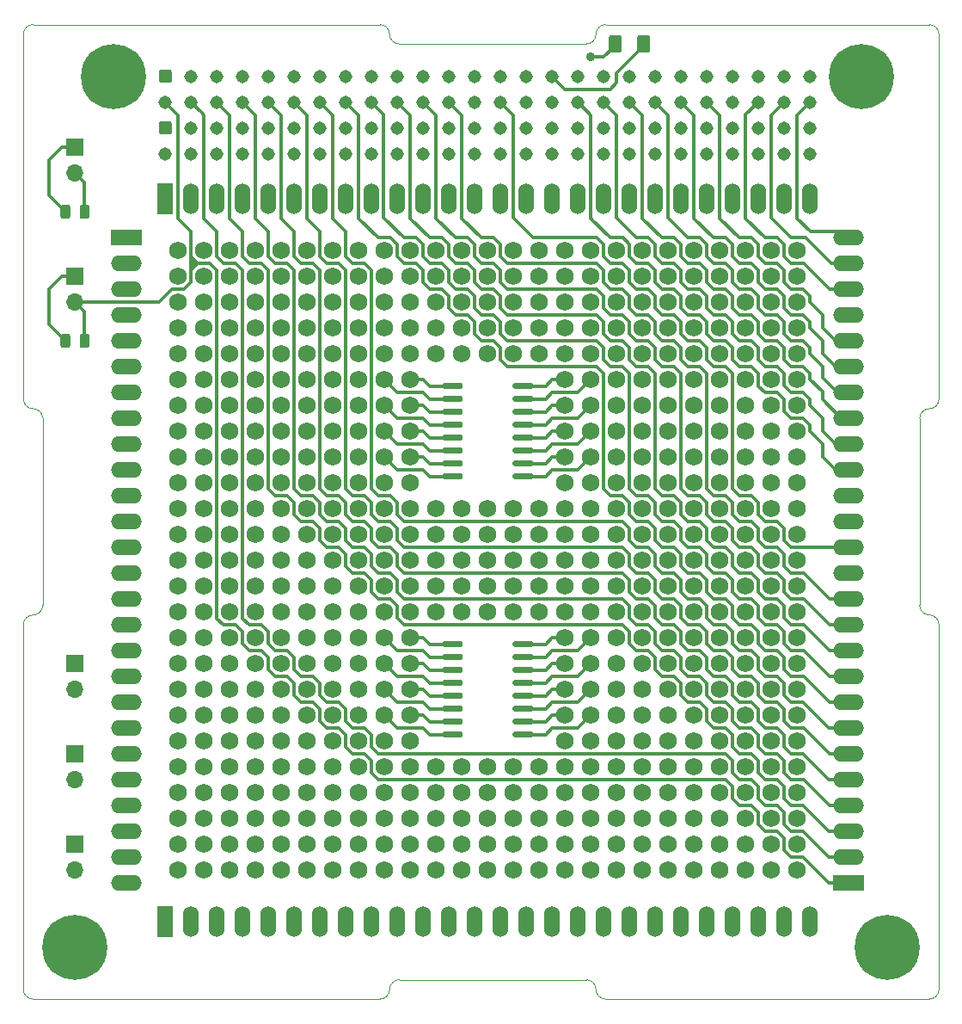
<source format=gbr>
G04 #@! TF.GenerationSoftware,KiCad,Pcbnew,(5.1.6)-1*
G04 #@! TF.CreationDate,2020-06-26T12:13:42+02:00*
G04 #@! TF.ProjectId,board_zero,626f6172-645f-47a6-9572-6f2e6b696361,1.0*
G04 #@! TF.SameCoordinates,Original*
G04 #@! TF.FileFunction,Copper,L1,Top*
G04 #@! TF.FilePolarity,Positive*
%FSLAX46Y46*%
G04 Gerber Fmt 4.6, Leading zero omitted, Abs format (unit mm)*
G04 Created by KiCad (PCBNEW (5.1.6)-1) date 2020-06-26 12:13:42*
%MOMM*%
%LPD*%
G01*
G04 APERTURE LIST*
G04 #@! TA.AperFunction,Profile*
%ADD10C,0.100000*%
G04 #@! TD*
G04 #@! TA.AperFunction,ComponentPad*
%ADD11C,1.735000*%
G04 #@! TD*
G04 #@! TA.AperFunction,ComponentPad*
%ADD12C,1.310000*%
G04 #@! TD*
G04 #@! TA.AperFunction,ComponentPad*
%ADD13O,1.700000X1.700000*%
G04 #@! TD*
G04 #@! TA.AperFunction,ComponentPad*
%ADD14R,1.700000X1.700000*%
G04 #@! TD*
G04 #@! TA.AperFunction,ComponentPad*
%ADD15C,0.800000*%
G04 #@! TD*
G04 #@! TA.AperFunction,ComponentPad*
%ADD16C,6.400000*%
G04 #@! TD*
G04 #@! TA.AperFunction,ComponentPad*
%ADD17R,1.524000X3.048000*%
G04 #@! TD*
G04 #@! TA.AperFunction,ComponentPad*
%ADD18O,1.524000X3.048000*%
G04 #@! TD*
G04 #@! TA.AperFunction,ComponentPad*
%ADD19R,3.048000X1.524000*%
G04 #@! TD*
G04 #@! TA.AperFunction,ComponentPad*
%ADD20O,3.048000X1.524000*%
G04 #@! TD*
G04 #@! TA.AperFunction,ViaPad*
%ADD21C,0.900000*%
G04 #@! TD*
G04 #@! TA.AperFunction,Conductor*
%ADD22C,0.350000*%
G04 #@! TD*
G04 APERTURE END LIST*
D10*
X78930500Y-23495000D02*
G75*
G03*
X77978000Y-24447500I0J-952500D01*
G01*
X78930500Y-23495000D02*
X110807500Y-23495000D01*
X77025500Y-25400000D02*
G75*
G03*
X77978000Y-24447500I0J952500D01*
G01*
X57658000Y-24447500D02*
G75*
G03*
X58610500Y-25400000I952500J0D01*
G01*
X58610500Y-25400000D02*
X77025500Y-25400000D01*
X22542500Y-23495000D02*
X56705500Y-23495000D01*
X57658000Y-24447500D02*
G75*
G03*
X56705500Y-23495000I-952500J0D01*
G01*
X78930500Y-119380000D02*
X110807500Y-119380000D01*
X58610500Y-117475000D02*
X77025500Y-117475000D01*
X22542500Y-119380000D02*
X56705500Y-119380000D01*
X78930500Y-119380000D02*
G75*
G02*
X77978000Y-118427500I0J952500D01*
G01*
X77025500Y-117475000D02*
G75*
G02*
X77978000Y-118427500I0J-952500D01*
G01*
X57658000Y-118427500D02*
G75*
G02*
X58610500Y-117475000I952500J0D01*
G01*
X57658000Y-118427500D02*
G75*
G02*
X56705500Y-119380000I-952500J0D01*
G01*
X110807500Y-61290200D02*
G75*
G03*
X109855000Y-62242700I0J-952500D01*
G01*
X111760000Y-24447500D02*
X111760000Y-60337700D01*
X109855000Y-62242700D02*
X109855000Y-80632300D01*
X111760000Y-82537300D02*
X111760000Y-118427500D01*
X109855000Y-80632300D02*
G75*
G03*
X110807500Y-81584800I952500J0D01*
G01*
X111760000Y-82537300D02*
G75*
G03*
X110807500Y-81584800I-952500J0D01*
G01*
X110807500Y-61290200D02*
G75*
G03*
X111760000Y-60337700I0J952500D01*
G01*
X111760000Y-118427500D02*
G75*
G02*
X110807500Y-119380000I-952500J0D01*
G01*
X110807500Y-23495000D02*
G75*
G02*
X111760000Y-24447500I0J-952500D01*
G01*
X21590000Y-82537300D02*
X21590000Y-118427500D01*
X21590000Y-24447500D02*
X21590000Y-60337700D01*
X21590000Y-24447500D02*
G75*
G02*
X22542500Y-23495000I952500J0D01*
G01*
X23495000Y-62242700D02*
X23495000Y-80632300D01*
X22542500Y-61290200D02*
G75*
G02*
X21590000Y-60337700I0J952500D01*
G01*
X22542500Y-61290200D02*
G75*
G02*
X23495000Y-62242700I0J-952500D01*
G01*
X23495000Y-80632300D02*
G75*
G02*
X22542500Y-81584800I-952500J0D01*
G01*
X21590000Y-82537300D02*
G75*
G02*
X22542500Y-81584800I952500J0D01*
G01*
X22542500Y-119380000D02*
G75*
G02*
X21590000Y-118427500I0J952500D01*
G01*
G04 #@! TA.AperFunction,SMDPad,CuDef*
G36*
G01*
X69785000Y-92225000D02*
X69785000Y-91925000D01*
G75*
G02*
X69935000Y-91775000I150000J0D01*
G01*
X71610000Y-91775000D01*
G75*
G02*
X71760000Y-91925000I0J-150000D01*
G01*
X71760000Y-92225000D01*
G75*
G02*
X71610000Y-92375000I-150000J0D01*
G01*
X69935000Y-92375000D01*
G75*
G02*
X69785000Y-92225000I0J150000D01*
G01*
G37*
G04 #@! TD.AperFunction*
G04 #@! TA.AperFunction,SMDPad,CuDef*
G36*
G01*
X69785000Y-93495000D02*
X69785000Y-93195000D01*
G75*
G02*
X69935000Y-93045000I150000J0D01*
G01*
X71610000Y-93045000D01*
G75*
G02*
X71760000Y-93195000I0J-150000D01*
G01*
X71760000Y-93495000D01*
G75*
G02*
X71610000Y-93645000I-150000J0D01*
G01*
X69935000Y-93645000D01*
G75*
G02*
X69785000Y-93495000I0J150000D01*
G01*
G37*
G04 #@! TD.AperFunction*
G04 #@! TA.AperFunction,SMDPad,CuDef*
G36*
G01*
X69785000Y-85875000D02*
X69785000Y-85575000D01*
G75*
G02*
X69935000Y-85425000I150000J0D01*
G01*
X71610000Y-85425000D01*
G75*
G02*
X71760000Y-85575000I0J-150000D01*
G01*
X71760000Y-85875000D01*
G75*
G02*
X71610000Y-86025000I-150000J0D01*
G01*
X69935000Y-86025000D01*
G75*
G02*
X69785000Y-85875000I0J150000D01*
G01*
G37*
G04 #@! TD.AperFunction*
G04 #@! TA.AperFunction,SMDPad,CuDef*
G36*
G01*
X69785000Y-90955000D02*
X69785000Y-90655000D01*
G75*
G02*
X69935000Y-90505000I150000J0D01*
G01*
X71610000Y-90505000D01*
G75*
G02*
X71760000Y-90655000I0J-150000D01*
G01*
X71760000Y-90955000D01*
G75*
G02*
X71610000Y-91105000I-150000J0D01*
G01*
X69935000Y-91105000D01*
G75*
G02*
X69785000Y-90955000I0J150000D01*
G01*
G37*
G04 #@! TD.AperFunction*
G04 #@! TA.AperFunction,SMDPad,CuDef*
G36*
G01*
X62860000Y-88415000D02*
X62860000Y-88115000D01*
G75*
G02*
X63010000Y-87965000I150000J0D01*
G01*
X64685000Y-87965000D01*
G75*
G02*
X64835000Y-88115000I0J-150000D01*
G01*
X64835000Y-88415000D01*
G75*
G02*
X64685000Y-88565000I-150000J0D01*
G01*
X63010000Y-88565000D01*
G75*
G02*
X62860000Y-88415000I0J150000D01*
G01*
G37*
G04 #@! TD.AperFunction*
G04 #@! TA.AperFunction,SMDPad,CuDef*
G36*
G01*
X62860000Y-92225000D02*
X62860000Y-91925000D01*
G75*
G02*
X63010000Y-91775000I150000J0D01*
G01*
X64685000Y-91775000D01*
G75*
G02*
X64835000Y-91925000I0J-150000D01*
G01*
X64835000Y-92225000D01*
G75*
G02*
X64685000Y-92375000I-150000J0D01*
G01*
X63010000Y-92375000D01*
G75*
G02*
X62860000Y-92225000I0J150000D01*
G01*
G37*
G04 #@! TD.AperFunction*
G04 #@! TA.AperFunction,SMDPad,CuDef*
G36*
G01*
X62860000Y-89685000D02*
X62860000Y-89385000D01*
G75*
G02*
X63010000Y-89235000I150000J0D01*
G01*
X64685000Y-89235000D01*
G75*
G02*
X64835000Y-89385000I0J-150000D01*
G01*
X64835000Y-89685000D01*
G75*
G02*
X64685000Y-89835000I-150000J0D01*
G01*
X63010000Y-89835000D01*
G75*
G02*
X62860000Y-89685000I0J150000D01*
G01*
G37*
G04 #@! TD.AperFunction*
G04 #@! TA.AperFunction,SMDPad,CuDef*
G36*
G01*
X62860000Y-84605000D02*
X62860000Y-84305000D01*
G75*
G02*
X63010000Y-84155000I150000J0D01*
G01*
X64685000Y-84155000D01*
G75*
G02*
X64835000Y-84305000I0J-150000D01*
G01*
X64835000Y-84605000D01*
G75*
G02*
X64685000Y-84755000I-150000J0D01*
G01*
X63010000Y-84755000D01*
G75*
G02*
X62860000Y-84605000I0J150000D01*
G01*
G37*
G04 #@! TD.AperFunction*
G04 #@! TA.AperFunction,SMDPad,CuDef*
G36*
G01*
X69785000Y-89685000D02*
X69785000Y-89385000D01*
G75*
G02*
X69935000Y-89235000I150000J0D01*
G01*
X71610000Y-89235000D01*
G75*
G02*
X71760000Y-89385000I0J-150000D01*
G01*
X71760000Y-89685000D01*
G75*
G02*
X71610000Y-89835000I-150000J0D01*
G01*
X69935000Y-89835000D01*
G75*
G02*
X69785000Y-89685000I0J150000D01*
G01*
G37*
G04 #@! TD.AperFunction*
G04 #@! TA.AperFunction,SMDPad,CuDef*
G36*
G01*
X62860000Y-93495000D02*
X62860000Y-93195000D01*
G75*
G02*
X63010000Y-93045000I150000J0D01*
G01*
X64685000Y-93045000D01*
G75*
G02*
X64835000Y-93195000I0J-150000D01*
G01*
X64835000Y-93495000D01*
G75*
G02*
X64685000Y-93645000I-150000J0D01*
G01*
X63010000Y-93645000D01*
G75*
G02*
X62860000Y-93495000I0J150000D01*
G01*
G37*
G04 #@! TD.AperFunction*
G04 #@! TA.AperFunction,SMDPad,CuDef*
G36*
G01*
X62860000Y-87145000D02*
X62860000Y-86845000D01*
G75*
G02*
X63010000Y-86695000I150000J0D01*
G01*
X64685000Y-86695000D01*
G75*
G02*
X64835000Y-86845000I0J-150000D01*
G01*
X64835000Y-87145000D01*
G75*
G02*
X64685000Y-87295000I-150000J0D01*
G01*
X63010000Y-87295000D01*
G75*
G02*
X62860000Y-87145000I0J150000D01*
G01*
G37*
G04 #@! TD.AperFunction*
G04 #@! TA.AperFunction,SMDPad,CuDef*
G36*
G01*
X62860000Y-85875000D02*
X62860000Y-85575000D01*
G75*
G02*
X63010000Y-85425000I150000J0D01*
G01*
X64685000Y-85425000D01*
G75*
G02*
X64835000Y-85575000I0J-150000D01*
G01*
X64835000Y-85875000D01*
G75*
G02*
X64685000Y-86025000I-150000J0D01*
G01*
X63010000Y-86025000D01*
G75*
G02*
X62860000Y-85875000I0J150000D01*
G01*
G37*
G04 #@! TD.AperFunction*
G04 #@! TA.AperFunction,SMDPad,CuDef*
G36*
G01*
X69785000Y-88415000D02*
X69785000Y-88115000D01*
G75*
G02*
X69935000Y-87965000I150000J0D01*
G01*
X71610000Y-87965000D01*
G75*
G02*
X71760000Y-88115000I0J-150000D01*
G01*
X71760000Y-88415000D01*
G75*
G02*
X71610000Y-88565000I-150000J0D01*
G01*
X69935000Y-88565000D01*
G75*
G02*
X69785000Y-88415000I0J150000D01*
G01*
G37*
G04 #@! TD.AperFunction*
G04 #@! TA.AperFunction,SMDPad,CuDef*
G36*
G01*
X62860000Y-90955000D02*
X62860000Y-90655000D01*
G75*
G02*
X63010000Y-90505000I150000J0D01*
G01*
X64685000Y-90505000D01*
G75*
G02*
X64835000Y-90655000I0J-150000D01*
G01*
X64835000Y-90955000D01*
G75*
G02*
X64685000Y-91105000I-150000J0D01*
G01*
X63010000Y-91105000D01*
G75*
G02*
X62860000Y-90955000I0J150000D01*
G01*
G37*
G04 #@! TD.AperFunction*
G04 #@! TA.AperFunction,SMDPad,CuDef*
G36*
G01*
X69785000Y-84605000D02*
X69785000Y-84305000D01*
G75*
G02*
X69935000Y-84155000I150000J0D01*
G01*
X71610000Y-84155000D01*
G75*
G02*
X71760000Y-84305000I0J-150000D01*
G01*
X71760000Y-84605000D01*
G75*
G02*
X71610000Y-84755000I-150000J0D01*
G01*
X69935000Y-84755000D01*
G75*
G02*
X69785000Y-84605000I0J150000D01*
G01*
G37*
G04 #@! TD.AperFunction*
G04 #@! TA.AperFunction,SMDPad,CuDef*
G36*
G01*
X69785000Y-87145000D02*
X69785000Y-86845000D01*
G75*
G02*
X69935000Y-86695000I150000J0D01*
G01*
X71610000Y-86695000D01*
G75*
G02*
X71760000Y-86845000I0J-150000D01*
G01*
X71760000Y-87145000D01*
G75*
G02*
X71610000Y-87295000I-150000J0D01*
G01*
X69935000Y-87295000D01*
G75*
G02*
X69785000Y-87145000I0J150000D01*
G01*
G37*
G04 #@! TD.AperFunction*
D11*
X57150000Y-83820000D03*
X59690000Y-83820000D03*
X57150000Y-86360000D03*
X59690000Y-86360000D03*
X57150000Y-88900000D03*
X59690000Y-88900000D03*
X57150000Y-91440000D03*
X59690000Y-91440000D03*
X74930000Y-91440000D03*
X77470000Y-91440000D03*
X74930000Y-88900000D03*
X77470000Y-88900000D03*
X74930000Y-86360000D03*
X77470000Y-86360000D03*
X74930000Y-83820000D03*
X77470000Y-83820000D03*
G04 #@! TA.AperFunction,SMDPad,CuDef*
G36*
G01*
X69785000Y-66825000D02*
X69785000Y-66525000D01*
G75*
G02*
X69935000Y-66375000I150000J0D01*
G01*
X71610000Y-66375000D01*
G75*
G02*
X71760000Y-66525000I0J-150000D01*
G01*
X71760000Y-66825000D01*
G75*
G02*
X71610000Y-66975000I-150000J0D01*
G01*
X69935000Y-66975000D01*
G75*
G02*
X69785000Y-66825000I0J150000D01*
G01*
G37*
G04 #@! TD.AperFunction*
G04 #@! TA.AperFunction,SMDPad,CuDef*
G36*
G01*
X69785000Y-68095000D02*
X69785000Y-67795000D01*
G75*
G02*
X69935000Y-67645000I150000J0D01*
G01*
X71610000Y-67645000D01*
G75*
G02*
X71760000Y-67795000I0J-150000D01*
G01*
X71760000Y-68095000D01*
G75*
G02*
X71610000Y-68245000I-150000J0D01*
G01*
X69935000Y-68245000D01*
G75*
G02*
X69785000Y-68095000I0J150000D01*
G01*
G37*
G04 #@! TD.AperFunction*
G04 #@! TA.AperFunction,SMDPad,CuDef*
G36*
G01*
X69785000Y-60475000D02*
X69785000Y-60175000D01*
G75*
G02*
X69935000Y-60025000I150000J0D01*
G01*
X71610000Y-60025000D01*
G75*
G02*
X71760000Y-60175000I0J-150000D01*
G01*
X71760000Y-60475000D01*
G75*
G02*
X71610000Y-60625000I-150000J0D01*
G01*
X69935000Y-60625000D01*
G75*
G02*
X69785000Y-60475000I0J150000D01*
G01*
G37*
G04 #@! TD.AperFunction*
G04 #@! TA.AperFunction,SMDPad,CuDef*
G36*
G01*
X69785000Y-65555000D02*
X69785000Y-65255000D01*
G75*
G02*
X69935000Y-65105000I150000J0D01*
G01*
X71610000Y-65105000D01*
G75*
G02*
X71760000Y-65255000I0J-150000D01*
G01*
X71760000Y-65555000D01*
G75*
G02*
X71610000Y-65705000I-150000J0D01*
G01*
X69935000Y-65705000D01*
G75*
G02*
X69785000Y-65555000I0J150000D01*
G01*
G37*
G04 #@! TD.AperFunction*
G04 #@! TA.AperFunction,SMDPad,CuDef*
G36*
G01*
X62860000Y-63015000D02*
X62860000Y-62715000D01*
G75*
G02*
X63010000Y-62565000I150000J0D01*
G01*
X64685000Y-62565000D01*
G75*
G02*
X64835000Y-62715000I0J-150000D01*
G01*
X64835000Y-63015000D01*
G75*
G02*
X64685000Y-63165000I-150000J0D01*
G01*
X63010000Y-63165000D01*
G75*
G02*
X62860000Y-63015000I0J150000D01*
G01*
G37*
G04 #@! TD.AperFunction*
G04 #@! TA.AperFunction,SMDPad,CuDef*
G36*
G01*
X62860000Y-66825000D02*
X62860000Y-66525000D01*
G75*
G02*
X63010000Y-66375000I150000J0D01*
G01*
X64685000Y-66375000D01*
G75*
G02*
X64835000Y-66525000I0J-150000D01*
G01*
X64835000Y-66825000D01*
G75*
G02*
X64685000Y-66975000I-150000J0D01*
G01*
X63010000Y-66975000D01*
G75*
G02*
X62860000Y-66825000I0J150000D01*
G01*
G37*
G04 #@! TD.AperFunction*
G04 #@! TA.AperFunction,SMDPad,CuDef*
G36*
G01*
X62860000Y-64285000D02*
X62860000Y-63985000D01*
G75*
G02*
X63010000Y-63835000I150000J0D01*
G01*
X64685000Y-63835000D01*
G75*
G02*
X64835000Y-63985000I0J-150000D01*
G01*
X64835000Y-64285000D01*
G75*
G02*
X64685000Y-64435000I-150000J0D01*
G01*
X63010000Y-64435000D01*
G75*
G02*
X62860000Y-64285000I0J150000D01*
G01*
G37*
G04 #@! TD.AperFunction*
G04 #@! TA.AperFunction,SMDPad,CuDef*
G36*
G01*
X62860000Y-59205000D02*
X62860000Y-58905000D01*
G75*
G02*
X63010000Y-58755000I150000J0D01*
G01*
X64685000Y-58755000D01*
G75*
G02*
X64835000Y-58905000I0J-150000D01*
G01*
X64835000Y-59205000D01*
G75*
G02*
X64685000Y-59355000I-150000J0D01*
G01*
X63010000Y-59355000D01*
G75*
G02*
X62860000Y-59205000I0J150000D01*
G01*
G37*
G04 #@! TD.AperFunction*
G04 #@! TA.AperFunction,SMDPad,CuDef*
G36*
G01*
X69785000Y-64285000D02*
X69785000Y-63985000D01*
G75*
G02*
X69935000Y-63835000I150000J0D01*
G01*
X71610000Y-63835000D01*
G75*
G02*
X71760000Y-63985000I0J-150000D01*
G01*
X71760000Y-64285000D01*
G75*
G02*
X71610000Y-64435000I-150000J0D01*
G01*
X69935000Y-64435000D01*
G75*
G02*
X69785000Y-64285000I0J150000D01*
G01*
G37*
G04 #@! TD.AperFunction*
G04 #@! TA.AperFunction,SMDPad,CuDef*
G36*
G01*
X62860000Y-68095000D02*
X62860000Y-67795000D01*
G75*
G02*
X63010000Y-67645000I150000J0D01*
G01*
X64685000Y-67645000D01*
G75*
G02*
X64835000Y-67795000I0J-150000D01*
G01*
X64835000Y-68095000D01*
G75*
G02*
X64685000Y-68245000I-150000J0D01*
G01*
X63010000Y-68245000D01*
G75*
G02*
X62860000Y-68095000I0J150000D01*
G01*
G37*
G04 #@! TD.AperFunction*
G04 #@! TA.AperFunction,SMDPad,CuDef*
G36*
G01*
X62860000Y-61745000D02*
X62860000Y-61445000D01*
G75*
G02*
X63010000Y-61295000I150000J0D01*
G01*
X64685000Y-61295000D01*
G75*
G02*
X64835000Y-61445000I0J-150000D01*
G01*
X64835000Y-61745000D01*
G75*
G02*
X64685000Y-61895000I-150000J0D01*
G01*
X63010000Y-61895000D01*
G75*
G02*
X62860000Y-61745000I0J150000D01*
G01*
G37*
G04 #@! TD.AperFunction*
G04 #@! TA.AperFunction,SMDPad,CuDef*
G36*
G01*
X62860000Y-60475000D02*
X62860000Y-60175000D01*
G75*
G02*
X63010000Y-60025000I150000J0D01*
G01*
X64685000Y-60025000D01*
G75*
G02*
X64835000Y-60175000I0J-150000D01*
G01*
X64835000Y-60475000D01*
G75*
G02*
X64685000Y-60625000I-150000J0D01*
G01*
X63010000Y-60625000D01*
G75*
G02*
X62860000Y-60475000I0J150000D01*
G01*
G37*
G04 #@! TD.AperFunction*
G04 #@! TA.AperFunction,SMDPad,CuDef*
G36*
G01*
X69785000Y-63015000D02*
X69785000Y-62715000D01*
G75*
G02*
X69935000Y-62565000I150000J0D01*
G01*
X71610000Y-62565000D01*
G75*
G02*
X71760000Y-62715000I0J-150000D01*
G01*
X71760000Y-63015000D01*
G75*
G02*
X71610000Y-63165000I-150000J0D01*
G01*
X69935000Y-63165000D01*
G75*
G02*
X69785000Y-63015000I0J150000D01*
G01*
G37*
G04 #@! TD.AperFunction*
G04 #@! TA.AperFunction,SMDPad,CuDef*
G36*
G01*
X62860000Y-65555000D02*
X62860000Y-65255000D01*
G75*
G02*
X63010000Y-65105000I150000J0D01*
G01*
X64685000Y-65105000D01*
G75*
G02*
X64835000Y-65255000I0J-150000D01*
G01*
X64835000Y-65555000D01*
G75*
G02*
X64685000Y-65705000I-150000J0D01*
G01*
X63010000Y-65705000D01*
G75*
G02*
X62860000Y-65555000I0J150000D01*
G01*
G37*
G04 #@! TD.AperFunction*
G04 #@! TA.AperFunction,SMDPad,CuDef*
G36*
G01*
X69785000Y-59205000D02*
X69785000Y-58905000D01*
G75*
G02*
X69935000Y-58755000I150000J0D01*
G01*
X71610000Y-58755000D01*
G75*
G02*
X71760000Y-58905000I0J-150000D01*
G01*
X71760000Y-59205000D01*
G75*
G02*
X71610000Y-59355000I-150000J0D01*
G01*
X69935000Y-59355000D01*
G75*
G02*
X69785000Y-59205000I0J150000D01*
G01*
G37*
G04 #@! TD.AperFunction*
G04 #@! TA.AperFunction,SMDPad,CuDef*
G36*
G01*
X69785000Y-61745000D02*
X69785000Y-61445000D01*
G75*
G02*
X69935000Y-61295000I150000J0D01*
G01*
X71610000Y-61295000D01*
G75*
G02*
X71760000Y-61445000I0J-150000D01*
G01*
X71760000Y-61745000D01*
G75*
G02*
X71610000Y-61895000I-150000J0D01*
G01*
X69935000Y-61895000D01*
G75*
G02*
X69785000Y-61745000I0J150000D01*
G01*
G37*
G04 #@! TD.AperFunction*
X57150000Y-58420000D03*
X59690000Y-58420000D03*
X57150000Y-60960000D03*
X59690000Y-60960000D03*
X57150000Y-63500000D03*
X59690000Y-63500000D03*
X57150000Y-66040000D03*
X59690000Y-66040000D03*
X74930000Y-66040000D03*
X77470000Y-66040000D03*
X74930000Y-63500000D03*
X77470000Y-63500000D03*
X74930000Y-60960000D03*
X77470000Y-60960000D03*
X74930000Y-58420000D03*
X77470000Y-58420000D03*
X77470000Y-93980000D03*
X74930000Y-93980000D03*
X59690000Y-93980000D03*
X57150000Y-93980000D03*
X72390000Y-96520000D03*
X69850000Y-96520000D03*
X67310000Y-96520000D03*
X64770000Y-96520000D03*
X62230000Y-96520000D03*
X97790000Y-106680000D03*
X95250000Y-106680000D03*
X92710000Y-106680000D03*
X90170000Y-106680000D03*
X87630000Y-106680000D03*
X85090000Y-106680000D03*
X82550000Y-106680000D03*
X80010000Y-106680000D03*
X77470000Y-106680000D03*
X74930000Y-106680000D03*
X72390000Y-106680000D03*
X69850000Y-106680000D03*
X67310000Y-106680000D03*
X64770000Y-106680000D03*
X62230000Y-106680000D03*
X59690000Y-106680000D03*
X57150000Y-106680000D03*
X54610000Y-106680000D03*
X52070000Y-106680000D03*
X49530000Y-106680000D03*
X46990000Y-106680000D03*
X44450000Y-106680000D03*
X41910000Y-106680000D03*
X39370000Y-106680000D03*
X36830000Y-106680000D03*
X97790000Y-104140000D03*
X95250000Y-104140000D03*
X92710000Y-104140000D03*
X90170000Y-104140000D03*
X87630000Y-104140000D03*
X85090000Y-104140000D03*
X82550000Y-104140000D03*
X80010000Y-104140000D03*
X77470000Y-104140000D03*
X74930000Y-104140000D03*
X72390000Y-104140000D03*
X69850000Y-104140000D03*
X67310000Y-104140000D03*
X64770000Y-104140000D03*
X62230000Y-104140000D03*
X59690000Y-104140000D03*
X57150000Y-104140000D03*
X54610000Y-104140000D03*
X52070000Y-104140000D03*
X49530000Y-104140000D03*
X46990000Y-104140000D03*
X44450000Y-104140000D03*
X41910000Y-104140000D03*
X39370000Y-104140000D03*
X36830000Y-104140000D03*
X97790000Y-101600000D03*
X95250000Y-101600000D03*
X92710000Y-101600000D03*
X90170000Y-101600000D03*
X87630000Y-101600000D03*
X85090000Y-101600000D03*
X82550000Y-101600000D03*
X80010000Y-101600000D03*
X77470000Y-101600000D03*
X74930000Y-101600000D03*
X72390000Y-101600000D03*
X69850000Y-101600000D03*
X67310000Y-101600000D03*
X64770000Y-101600000D03*
X62230000Y-101600000D03*
X59690000Y-101600000D03*
X57150000Y-101600000D03*
X54610000Y-101600000D03*
X52070000Y-101600000D03*
X49530000Y-101600000D03*
X46990000Y-101600000D03*
X44450000Y-101600000D03*
X41910000Y-101600000D03*
X39370000Y-101600000D03*
X36830000Y-101600000D03*
X97790000Y-99060000D03*
X95250000Y-99060000D03*
X92710000Y-99060000D03*
X90170000Y-99060000D03*
X87630000Y-99060000D03*
X85090000Y-99060000D03*
X82550000Y-99060000D03*
X80010000Y-99060000D03*
X77470000Y-99060000D03*
X74930000Y-99060000D03*
X72390000Y-99060000D03*
X69850000Y-99060000D03*
X67310000Y-99060000D03*
X64770000Y-99060000D03*
X62230000Y-99060000D03*
X59690000Y-99060000D03*
X57150000Y-99060000D03*
X54610000Y-99060000D03*
X52070000Y-99060000D03*
X49530000Y-99060000D03*
X46990000Y-99060000D03*
X44450000Y-99060000D03*
X41910000Y-99060000D03*
X39370000Y-99060000D03*
X36830000Y-99060000D03*
X97790000Y-96520000D03*
X95250000Y-96520000D03*
X92710000Y-96520000D03*
X90170000Y-96520000D03*
X87630000Y-96520000D03*
X85090000Y-96520000D03*
X82550000Y-96520000D03*
X80010000Y-96520000D03*
X77470000Y-96520000D03*
X74930000Y-96520000D03*
X59690000Y-96520000D03*
X57150000Y-96520000D03*
X54610000Y-96520000D03*
X52070000Y-96520000D03*
X49530000Y-96520000D03*
X46990000Y-96520000D03*
X44450000Y-96520000D03*
X41910000Y-96520000D03*
X39370000Y-96520000D03*
X36830000Y-96520000D03*
X97790000Y-93980000D03*
X95250000Y-93980000D03*
X92710000Y-93980000D03*
X90170000Y-93980000D03*
X87630000Y-93980000D03*
X85090000Y-93980000D03*
X82550000Y-93980000D03*
X80010000Y-93980000D03*
X54610000Y-93980000D03*
X52070000Y-93980000D03*
X49530000Y-93980000D03*
X46990000Y-93980000D03*
X44450000Y-93980000D03*
X41910000Y-93980000D03*
X39370000Y-93980000D03*
X36830000Y-93980000D03*
X97790000Y-91440000D03*
X95250000Y-91440000D03*
X92710000Y-91440000D03*
X90170000Y-91440000D03*
X87630000Y-91440000D03*
X85090000Y-91440000D03*
X82550000Y-91440000D03*
X80010000Y-91440000D03*
X54610000Y-91440000D03*
X52070000Y-91440000D03*
X49530000Y-91440000D03*
X46990000Y-91440000D03*
X44450000Y-91440000D03*
X41910000Y-91440000D03*
X39370000Y-91440000D03*
X36830000Y-91440000D03*
X97790000Y-88900000D03*
X95250000Y-88900000D03*
X92710000Y-88900000D03*
X90170000Y-88900000D03*
X87630000Y-88900000D03*
X85090000Y-88900000D03*
X82550000Y-88900000D03*
X80010000Y-88900000D03*
X54610000Y-88900000D03*
X52070000Y-88900000D03*
X49530000Y-88900000D03*
X46990000Y-88900000D03*
X44450000Y-88900000D03*
X41910000Y-88900000D03*
X39370000Y-88900000D03*
X36830000Y-88900000D03*
X97790000Y-86360000D03*
X95250000Y-86360000D03*
X92710000Y-86360000D03*
X90170000Y-86360000D03*
X87630000Y-86360000D03*
X85090000Y-86360000D03*
X82550000Y-86360000D03*
X80010000Y-86360000D03*
X54610000Y-86360000D03*
X52070000Y-86360000D03*
X49530000Y-86360000D03*
X46990000Y-86360000D03*
X44450000Y-86360000D03*
X41910000Y-86360000D03*
X39370000Y-86360000D03*
X36830000Y-86360000D03*
X97790000Y-83820000D03*
X95250000Y-83820000D03*
X92710000Y-83820000D03*
X90170000Y-83820000D03*
X87630000Y-83820000D03*
X85090000Y-83820000D03*
X82550000Y-83820000D03*
X80010000Y-83820000D03*
X54610000Y-83820000D03*
X52070000Y-83820000D03*
X49530000Y-83820000D03*
X46990000Y-83820000D03*
X44450000Y-83820000D03*
X41910000Y-83820000D03*
X39370000Y-83820000D03*
X36830000Y-83820000D03*
X97790000Y-81280000D03*
X95250000Y-81280000D03*
X92710000Y-81280000D03*
X90170000Y-81280000D03*
X87630000Y-81280000D03*
X85090000Y-81280000D03*
X82550000Y-81280000D03*
X80010000Y-81280000D03*
X77470000Y-81280000D03*
X74930000Y-81280000D03*
X72390000Y-81280000D03*
X69850000Y-81280000D03*
X67310000Y-81280000D03*
X64770000Y-81280000D03*
X62230000Y-81280000D03*
X59690000Y-81280000D03*
X57150000Y-81280000D03*
X54610000Y-81280000D03*
X52070000Y-81280000D03*
X49530000Y-81280000D03*
X46990000Y-81280000D03*
X44450000Y-81280000D03*
X41910000Y-81280000D03*
X39370000Y-81280000D03*
X36830000Y-81280000D03*
X97790000Y-78740000D03*
X95250000Y-78740000D03*
X92710000Y-78740000D03*
X90170000Y-78740000D03*
X87630000Y-78740000D03*
X85090000Y-78740000D03*
X82550000Y-78740000D03*
X80010000Y-78740000D03*
X77470000Y-78740000D03*
X74930000Y-78740000D03*
X72390000Y-78740000D03*
X69850000Y-78740000D03*
X67310000Y-78740000D03*
X64770000Y-78740000D03*
X62230000Y-78740000D03*
X59690000Y-78740000D03*
X57150000Y-78740000D03*
X54610000Y-78740000D03*
X52070000Y-78740000D03*
X49530000Y-78740000D03*
X46990000Y-78740000D03*
X44450000Y-78740000D03*
X41910000Y-78740000D03*
X39370000Y-78740000D03*
X36830000Y-78740000D03*
X97790000Y-76200000D03*
X95250000Y-76200000D03*
X92710000Y-76200000D03*
X90170000Y-76200000D03*
X87630000Y-76200000D03*
X85090000Y-76200000D03*
X82550000Y-76200000D03*
X80010000Y-76200000D03*
X77470000Y-76200000D03*
X74930000Y-76200000D03*
X72390000Y-76200000D03*
X69850000Y-76200000D03*
X67310000Y-76200000D03*
X64770000Y-76200000D03*
X62230000Y-76200000D03*
X59690000Y-76200000D03*
X57150000Y-76200000D03*
X54610000Y-76200000D03*
X52070000Y-76200000D03*
X49530000Y-76200000D03*
X46990000Y-76200000D03*
X44450000Y-76200000D03*
X41910000Y-76200000D03*
X39370000Y-76200000D03*
X36830000Y-76200000D03*
X97790000Y-73660000D03*
X95250000Y-73660000D03*
X92710000Y-73660000D03*
X90170000Y-73660000D03*
X87630000Y-73660000D03*
X85090000Y-73660000D03*
X82550000Y-73660000D03*
X80010000Y-73660000D03*
X77470000Y-73660000D03*
X74930000Y-73660000D03*
X72390000Y-73660000D03*
X69850000Y-73660000D03*
X67310000Y-73660000D03*
X64770000Y-73660000D03*
X62230000Y-73660000D03*
X59690000Y-73660000D03*
X57150000Y-73660000D03*
X54610000Y-73660000D03*
X52070000Y-73660000D03*
X49530000Y-73660000D03*
X46990000Y-73660000D03*
X44450000Y-73660000D03*
X41910000Y-73660000D03*
X39370000Y-73660000D03*
X36830000Y-73660000D03*
X97790000Y-71120000D03*
X95250000Y-71120000D03*
X92710000Y-71120000D03*
X90170000Y-71120000D03*
X87630000Y-71120000D03*
X85090000Y-71120000D03*
X82550000Y-71120000D03*
X80010000Y-71120000D03*
X77470000Y-71120000D03*
X74930000Y-71120000D03*
X72390000Y-71120000D03*
X69850000Y-71120000D03*
X67310000Y-71120000D03*
X64770000Y-71120000D03*
X62230000Y-71120000D03*
X59690000Y-71120000D03*
X57150000Y-71120000D03*
X54610000Y-71120000D03*
X52070000Y-71120000D03*
X49530000Y-71120000D03*
X46990000Y-71120000D03*
X44450000Y-71120000D03*
X41910000Y-71120000D03*
X39370000Y-71120000D03*
X36830000Y-71120000D03*
X97790000Y-68580000D03*
X95250000Y-68580000D03*
X92710000Y-68580000D03*
X90170000Y-68580000D03*
X87630000Y-68580000D03*
X85090000Y-68580000D03*
X82550000Y-68580000D03*
X80010000Y-68580000D03*
X77470000Y-68580000D03*
X74930000Y-68580000D03*
X59690000Y-68580000D03*
X57150000Y-68580000D03*
X54610000Y-68580000D03*
X52070000Y-68580000D03*
X49530000Y-68580000D03*
X46990000Y-68580000D03*
X44450000Y-68580000D03*
X41910000Y-68580000D03*
X39370000Y-68580000D03*
X36830000Y-68580000D03*
X97790000Y-66040000D03*
X95250000Y-66040000D03*
X92710000Y-66040000D03*
X90170000Y-66040000D03*
X87630000Y-66040000D03*
X85090000Y-66040000D03*
X82550000Y-66040000D03*
X80010000Y-66040000D03*
X54610000Y-66040000D03*
X52070000Y-66040000D03*
X49530000Y-66040000D03*
X46990000Y-66040000D03*
X44450000Y-66040000D03*
X41910000Y-66040000D03*
X39370000Y-66040000D03*
X36830000Y-66040000D03*
X97790000Y-63500000D03*
X95250000Y-63500000D03*
X92710000Y-63500000D03*
X90170000Y-63500000D03*
X87630000Y-63500000D03*
X85090000Y-63500000D03*
X82550000Y-63500000D03*
X80010000Y-63500000D03*
X54610000Y-63500000D03*
X52070000Y-63500000D03*
X49530000Y-63500000D03*
X46990000Y-63500000D03*
X44450000Y-63500000D03*
X41910000Y-63500000D03*
X39370000Y-63500000D03*
X36830000Y-63500000D03*
X97790000Y-60960000D03*
X95250000Y-60960000D03*
X92710000Y-60960000D03*
X90170000Y-60960000D03*
X87630000Y-60960000D03*
X85090000Y-60960000D03*
X82550000Y-60960000D03*
X80010000Y-60960000D03*
X54610000Y-60960000D03*
X52070000Y-60960000D03*
X49530000Y-60960000D03*
X46990000Y-60960000D03*
X44450000Y-60960000D03*
X41910000Y-60960000D03*
X39370000Y-60960000D03*
X36830000Y-60960000D03*
X97790000Y-58420000D03*
X95250000Y-58420000D03*
X92710000Y-58420000D03*
X90170000Y-58420000D03*
X87630000Y-58420000D03*
X85090000Y-58420000D03*
X82550000Y-58420000D03*
X80010000Y-58420000D03*
X54610000Y-58420000D03*
X52070000Y-58420000D03*
X49530000Y-58420000D03*
X46990000Y-58420000D03*
X44450000Y-58420000D03*
X41910000Y-58420000D03*
X39370000Y-58420000D03*
X36830000Y-58420000D03*
X97790000Y-55880000D03*
X95250000Y-55880000D03*
X92710000Y-55880000D03*
X90170000Y-55880000D03*
X87630000Y-55880000D03*
X85090000Y-55880000D03*
X82550000Y-55880000D03*
X80010000Y-55880000D03*
X77470000Y-55880000D03*
X74930000Y-55880000D03*
X72390000Y-55880000D03*
X69850000Y-55880000D03*
X67310000Y-55880000D03*
X64770000Y-55880000D03*
X62230000Y-55880000D03*
X59690000Y-55880000D03*
X57150000Y-55880000D03*
X54610000Y-55880000D03*
X52070000Y-55880000D03*
X49530000Y-55880000D03*
X46990000Y-55880000D03*
X44450000Y-55880000D03*
X41910000Y-55880000D03*
X39370000Y-55880000D03*
X36830000Y-55880000D03*
X97790000Y-53340000D03*
X95250000Y-53340000D03*
X92710000Y-53340000D03*
X90170000Y-53340000D03*
X87630000Y-53340000D03*
X85090000Y-53340000D03*
X82550000Y-53340000D03*
X80010000Y-53340000D03*
X77470000Y-53340000D03*
X74930000Y-53340000D03*
X72390000Y-53340000D03*
X69850000Y-53340000D03*
X67310000Y-53340000D03*
X64770000Y-53340000D03*
X62230000Y-53340000D03*
X59690000Y-53340000D03*
X57150000Y-53340000D03*
X54610000Y-53340000D03*
X52070000Y-53340000D03*
X49530000Y-53340000D03*
X46990000Y-53340000D03*
X44450000Y-53340000D03*
X41910000Y-53340000D03*
X39370000Y-53340000D03*
X36830000Y-53340000D03*
X97790000Y-50800000D03*
X95250000Y-50800000D03*
X92710000Y-50800000D03*
X90170000Y-50800000D03*
X87630000Y-50800000D03*
X85090000Y-50800000D03*
X82550000Y-50800000D03*
X80010000Y-50800000D03*
X77470000Y-50800000D03*
X74930000Y-50800000D03*
X72390000Y-50800000D03*
X69850000Y-50800000D03*
X67310000Y-50800000D03*
X64770000Y-50800000D03*
X62230000Y-50800000D03*
X59690000Y-50800000D03*
X57150000Y-50800000D03*
X54610000Y-50800000D03*
X52070000Y-50800000D03*
X49530000Y-50800000D03*
X46990000Y-50800000D03*
X44450000Y-50800000D03*
X41910000Y-50800000D03*
X39370000Y-50800000D03*
X36830000Y-50800000D03*
X97790000Y-48260000D03*
X95250000Y-48260000D03*
X92710000Y-48260000D03*
X90170000Y-48260000D03*
X87630000Y-48260000D03*
X85090000Y-48260000D03*
X82550000Y-48260000D03*
X80010000Y-48260000D03*
X77470000Y-48260000D03*
X74930000Y-48260000D03*
X72390000Y-48260000D03*
X69850000Y-48260000D03*
X67310000Y-48260000D03*
X64770000Y-48260000D03*
X62230000Y-48260000D03*
X59690000Y-48260000D03*
X57150000Y-48260000D03*
X54610000Y-48260000D03*
X52070000Y-48260000D03*
X49530000Y-48260000D03*
X46990000Y-48260000D03*
X44450000Y-48260000D03*
X41910000Y-48260000D03*
X39370000Y-48260000D03*
X36830000Y-48260000D03*
X97790000Y-45720000D03*
X95250000Y-45720000D03*
X92710000Y-45720000D03*
X90170000Y-45720000D03*
X87630000Y-45720000D03*
X85090000Y-45720000D03*
X82550000Y-45720000D03*
X80010000Y-45720000D03*
X77470000Y-45720000D03*
X74930000Y-45720000D03*
X72390000Y-45720000D03*
X69850000Y-45720000D03*
X67310000Y-45720000D03*
X64770000Y-45720000D03*
X62230000Y-45720000D03*
X59690000Y-45720000D03*
X57150000Y-45720000D03*
X54610000Y-45720000D03*
X52070000Y-45720000D03*
X49530000Y-45720000D03*
X46990000Y-45720000D03*
X44450000Y-45720000D03*
X41910000Y-45720000D03*
X39370000Y-45720000D03*
X36830000Y-45720000D03*
D12*
X99060000Y-31115000D03*
X96520000Y-31115000D03*
X93980000Y-31115000D03*
X91440000Y-31115000D03*
X88900000Y-31115000D03*
X86360000Y-31115000D03*
X83820000Y-31115000D03*
X81280000Y-31115000D03*
X78740000Y-31115000D03*
X76200000Y-31115000D03*
X73660000Y-31115000D03*
X71120000Y-31115000D03*
X68580000Y-31115000D03*
X66040000Y-31115000D03*
X63500000Y-31115000D03*
X60960000Y-31115000D03*
X58420000Y-31115000D03*
X55880000Y-31115000D03*
X53340000Y-31115000D03*
X50800000Y-31115000D03*
X48260000Y-31115000D03*
X45720000Y-31115000D03*
X43180000Y-31115000D03*
X40640000Y-31115000D03*
X38100000Y-31115000D03*
X35560000Y-31115000D03*
X99060000Y-28575000D03*
X96520000Y-28575000D03*
X93980000Y-28575000D03*
X91440000Y-28575000D03*
X88900000Y-28575000D03*
X86360000Y-28575000D03*
X83820000Y-28575000D03*
X81280000Y-28575000D03*
X78740000Y-28575000D03*
X76200000Y-28575000D03*
X73660000Y-28575000D03*
X71120000Y-28575000D03*
X68580000Y-28575000D03*
X66040000Y-28575000D03*
X63500000Y-28575000D03*
X60960000Y-28575000D03*
X58420000Y-28575000D03*
X55880000Y-28575000D03*
X53340000Y-28575000D03*
X50800000Y-28575000D03*
X48260000Y-28575000D03*
X45720000Y-28575000D03*
X43180000Y-28575000D03*
X40640000Y-28575000D03*
X38100000Y-28575000D03*
G04 #@! TA.AperFunction,ComponentPad*
G36*
G01*
X34905000Y-28980000D02*
X34905000Y-28170000D01*
G75*
G02*
X35155000Y-27920000I250000J0D01*
G01*
X35965000Y-27920000D01*
G75*
G02*
X36215000Y-28170000I0J-250000D01*
G01*
X36215000Y-28980000D01*
G75*
G02*
X35965000Y-29230000I-250000J0D01*
G01*
X35155000Y-29230000D01*
G75*
G02*
X34905000Y-28980000I0J250000D01*
G01*
G37*
G04 #@! TD.AperFunction*
G04 #@! TA.AperFunction,SMDPad,CuDef*
G36*
G01*
X83305000Y-24775000D02*
X83305000Y-26025000D01*
G75*
G02*
X83055000Y-26275000I-250000J0D01*
G01*
X82305000Y-26275000D01*
G75*
G02*
X82055000Y-26025000I0J250000D01*
G01*
X82055000Y-24775000D01*
G75*
G02*
X82305000Y-24525000I250000J0D01*
G01*
X83055000Y-24525000D01*
G75*
G02*
X83305000Y-24775000I0J-250000D01*
G01*
G37*
G04 #@! TD.AperFunction*
G04 #@! TA.AperFunction,SMDPad,CuDef*
G36*
G01*
X80505000Y-24775000D02*
X80505000Y-26025000D01*
G75*
G02*
X80255000Y-26275000I-250000J0D01*
G01*
X79505000Y-26275000D01*
G75*
G02*
X79255000Y-26025000I0J250000D01*
G01*
X79255000Y-24775000D01*
G75*
G02*
X79505000Y-24525000I250000J0D01*
G01*
X80255000Y-24525000D01*
G75*
G02*
X80505000Y-24775000I0J-250000D01*
G01*
G37*
G04 #@! TD.AperFunction*
D13*
X26670000Y-106680000D03*
D14*
X26670000Y-104140000D03*
D13*
X26670000Y-97790000D03*
D14*
X26670000Y-95250000D03*
G04 #@! TA.AperFunction,SMDPad,CuDef*
G36*
G01*
X26220000Y-54153750D02*
X26220000Y-55066250D01*
G75*
G02*
X25976250Y-55310000I-243750J0D01*
G01*
X25488750Y-55310000D01*
G75*
G02*
X25245000Y-55066250I0J243750D01*
G01*
X25245000Y-54153750D01*
G75*
G02*
X25488750Y-53910000I243750J0D01*
G01*
X25976250Y-53910000D01*
G75*
G02*
X26220000Y-54153750I0J-243750D01*
G01*
G37*
G04 #@! TD.AperFunction*
G04 #@! TA.AperFunction,SMDPad,CuDef*
G36*
G01*
X28095000Y-54153750D02*
X28095000Y-55066250D01*
G75*
G02*
X27851250Y-55310000I-243750J0D01*
G01*
X27363750Y-55310000D01*
G75*
G02*
X27120000Y-55066250I0J243750D01*
G01*
X27120000Y-54153750D01*
G75*
G02*
X27363750Y-53910000I243750J0D01*
G01*
X27851250Y-53910000D01*
G75*
G02*
X28095000Y-54153750I0J-243750D01*
G01*
G37*
G04 #@! TD.AperFunction*
G04 #@! TA.AperFunction,SMDPad,CuDef*
G36*
G01*
X26220000Y-41453750D02*
X26220000Y-42366250D01*
G75*
G02*
X25976250Y-42610000I-243750J0D01*
G01*
X25488750Y-42610000D01*
G75*
G02*
X25245000Y-42366250I0J243750D01*
G01*
X25245000Y-41453750D01*
G75*
G02*
X25488750Y-41210000I243750J0D01*
G01*
X25976250Y-41210000D01*
G75*
G02*
X26220000Y-41453750I0J-243750D01*
G01*
G37*
G04 #@! TD.AperFunction*
G04 #@! TA.AperFunction,SMDPad,CuDef*
G36*
G01*
X28095000Y-41453750D02*
X28095000Y-42366250D01*
G75*
G02*
X27851250Y-42610000I-243750J0D01*
G01*
X27363750Y-42610000D01*
G75*
G02*
X27120000Y-42366250I0J243750D01*
G01*
X27120000Y-41453750D01*
G75*
G02*
X27363750Y-41210000I243750J0D01*
G01*
X27851250Y-41210000D01*
G75*
G02*
X28095000Y-41453750I0J-243750D01*
G01*
G37*
G04 #@! TD.AperFunction*
D13*
X26670000Y-88900000D03*
D14*
X26670000Y-86360000D03*
X26670000Y-35560000D03*
D13*
X26670000Y-38100000D03*
X26670000Y-50800000D03*
D14*
X26670000Y-48260000D03*
D12*
X99060000Y-36195000D03*
X96520000Y-36195000D03*
X93980000Y-36195000D03*
X91440000Y-36195000D03*
X88900000Y-36195000D03*
X86360000Y-36195000D03*
X83820000Y-36195000D03*
X81280000Y-36195000D03*
X78740000Y-36195000D03*
X76200000Y-36195000D03*
X73660000Y-36195000D03*
X71120000Y-36195000D03*
X68580000Y-36195000D03*
X66040000Y-36195000D03*
X63500000Y-36195000D03*
X60960000Y-36195000D03*
X58420000Y-36195000D03*
X55880000Y-36195000D03*
X53340000Y-36195000D03*
X50800000Y-36195000D03*
X48260000Y-36195000D03*
X45720000Y-36195000D03*
X43180000Y-36195000D03*
X40640000Y-36195000D03*
X38100000Y-36195000D03*
X35560000Y-36195000D03*
X99060000Y-33655000D03*
X96520000Y-33655000D03*
X93980000Y-33655000D03*
X91440000Y-33655000D03*
X88900000Y-33655000D03*
X86360000Y-33655000D03*
X83820000Y-33655000D03*
X81280000Y-33655000D03*
X78740000Y-33655000D03*
X76200000Y-33655000D03*
X73660000Y-33655000D03*
X71120000Y-33655000D03*
X68580000Y-33655000D03*
X66040000Y-33655000D03*
X63500000Y-33655000D03*
X60960000Y-33655000D03*
X58420000Y-33655000D03*
X55880000Y-33655000D03*
X53340000Y-33655000D03*
X50800000Y-33655000D03*
X48260000Y-33655000D03*
X45720000Y-33655000D03*
X43180000Y-33655000D03*
X40640000Y-33655000D03*
X38100000Y-33655000D03*
G04 #@! TA.AperFunction,ComponentPad*
G36*
G01*
X34905000Y-34060000D02*
X34905000Y-33250000D01*
G75*
G02*
X35155000Y-33000000I250000J0D01*
G01*
X35965000Y-33000000D01*
G75*
G02*
X36215000Y-33250000I0J-250000D01*
G01*
X36215000Y-34060000D01*
G75*
G02*
X35965000Y-34310000I-250000J0D01*
G01*
X35155000Y-34310000D01*
G75*
G02*
X34905000Y-34060000I0J250000D01*
G01*
G37*
G04 #@! TD.AperFunction*
D15*
X28367056Y-112602944D03*
X26670000Y-111900000D03*
X24972944Y-112602944D03*
X24270000Y-114300000D03*
X24972944Y-115997056D03*
X26670000Y-116700000D03*
X28367056Y-115997056D03*
X29070000Y-114300000D03*
D16*
X26670000Y-114300000D03*
D15*
X108377056Y-112602944D03*
X106680000Y-111900000D03*
X104982944Y-112602944D03*
X104280000Y-114300000D03*
X104982944Y-115997056D03*
X106680000Y-116700000D03*
X108377056Y-115997056D03*
X109080000Y-114300000D03*
D16*
X106680000Y-114300000D03*
D15*
X105837056Y-26877944D03*
X104140000Y-26175000D03*
X102442944Y-26877944D03*
X101740000Y-28575000D03*
X102442944Y-30272056D03*
X104140000Y-30975000D03*
X105837056Y-30272056D03*
X106540000Y-28575000D03*
D16*
X104140000Y-28575000D03*
D15*
X32177056Y-26877944D03*
X30480000Y-26175000D03*
X28782944Y-26877944D03*
X28080000Y-28575000D03*
X28782944Y-30272056D03*
X30480000Y-30975000D03*
X32177056Y-30272056D03*
X32880000Y-28575000D03*
D16*
X30480000Y-28575000D03*
D17*
X35560000Y-111760000D03*
D18*
X38100000Y-111760000D03*
X40640000Y-111760000D03*
X43180000Y-111760000D03*
X45720000Y-111760000D03*
X48260000Y-111760000D03*
X50800000Y-111760000D03*
X53340000Y-111760000D03*
X55880000Y-111760000D03*
X58420000Y-111760000D03*
X60960000Y-111760000D03*
X63500000Y-111760000D03*
X66040000Y-111760000D03*
X68580000Y-111760000D03*
X71120000Y-111760000D03*
X73660000Y-111760000D03*
X76200000Y-111760000D03*
X78740000Y-111760000D03*
X81280000Y-111760000D03*
X83820000Y-111760000D03*
X86360000Y-111760000D03*
X88900000Y-111760000D03*
X91440000Y-111760000D03*
X93980000Y-111760000D03*
X96520000Y-111760000D03*
X99060000Y-111760000D03*
D19*
X102870000Y-107950000D03*
D20*
X102870000Y-105410000D03*
X102870000Y-102870000D03*
X102870000Y-100330000D03*
X102870000Y-97790000D03*
X102870000Y-95250000D03*
X102870000Y-92710000D03*
X102870000Y-90170000D03*
X102870000Y-87630000D03*
X102870000Y-85090000D03*
X102870000Y-82550000D03*
X102870000Y-80010000D03*
X102870000Y-77470000D03*
X102870000Y-74930000D03*
X102870000Y-72390000D03*
X102870000Y-69850000D03*
X102870000Y-67310000D03*
X102870000Y-64770000D03*
X102870000Y-62230000D03*
X102870000Y-59690000D03*
X102870000Y-57150000D03*
X102870000Y-54610000D03*
X102870000Y-52070000D03*
X102870000Y-49530000D03*
X102870000Y-46990000D03*
X102870000Y-44450000D03*
X31750000Y-107950000D03*
X31750000Y-105410000D03*
X31750000Y-102870000D03*
X31750000Y-100330000D03*
X31750000Y-97790000D03*
X31750000Y-95250000D03*
X31750000Y-92710000D03*
X31750000Y-90170000D03*
X31750000Y-87630000D03*
X31750000Y-85090000D03*
X31750000Y-82550000D03*
X31750000Y-80010000D03*
X31750000Y-77470000D03*
X31750000Y-74930000D03*
X31750000Y-72390000D03*
X31750000Y-69850000D03*
X31750000Y-67310000D03*
X31750000Y-64770000D03*
X31750000Y-62230000D03*
X31750000Y-59690000D03*
X31750000Y-57150000D03*
X31750000Y-54610000D03*
X31750000Y-52070000D03*
X31750000Y-49530000D03*
X31750000Y-46990000D03*
D19*
X31750000Y-44450000D03*
D17*
X35560000Y-40640000D03*
D18*
X38100000Y-40640000D03*
X40640000Y-40640000D03*
X43180000Y-40640000D03*
X45720000Y-40640000D03*
X48260000Y-40640000D03*
X50800000Y-40640000D03*
X53340000Y-40640000D03*
X55880000Y-40640000D03*
X58420000Y-40640000D03*
X60960000Y-40640000D03*
X63500000Y-40640000D03*
X66040000Y-40640000D03*
X68580000Y-40640000D03*
X71120000Y-40640000D03*
X73660000Y-40640000D03*
X76200000Y-40640000D03*
X78740000Y-40640000D03*
X81280000Y-40640000D03*
X83820000Y-40640000D03*
X86360000Y-40640000D03*
X88900000Y-40640000D03*
X91440000Y-40640000D03*
X93980000Y-40640000D03*
X96520000Y-40640000D03*
X99060000Y-40640000D03*
D21*
X77470000Y-26670000D03*
D22*
X24130000Y-40307500D02*
X25732500Y-41910000D01*
X24130000Y-36830000D02*
X24130000Y-40307500D01*
X26670000Y-35560000D02*
X25400000Y-35560000D01*
X25400000Y-35560000D02*
X24130000Y-36830000D01*
X27607500Y-39037500D02*
X26670000Y-38100000D01*
X27607500Y-41910000D02*
X27607500Y-39037500D01*
X100940900Y-107950000D02*
X102870000Y-107950000D01*
X35560000Y-31115000D02*
X36830000Y-32385000D01*
X96520000Y-103529100D02*
X96520000Y-104745902D01*
X36830000Y-32385000D02*
X36830000Y-42545000D01*
X36830000Y-42545000D02*
X38097501Y-43812501D01*
X38761599Y-46987501D02*
X39978401Y-46987501D01*
X39978401Y-46987501D02*
X40642499Y-47651599D01*
X40642499Y-81912501D02*
X41282497Y-82552499D01*
X41282497Y-82552499D02*
X42518401Y-82552499D01*
X42518401Y-82552499D02*
X43182499Y-83216597D01*
X40642499Y-47651599D02*
X40642499Y-81912501D01*
X93982499Y-100991599D02*
X93982499Y-102208401D01*
X43841599Y-85092499D02*
X45058401Y-85092499D01*
X93318401Y-100327501D02*
X93982499Y-100991599D01*
X45058401Y-85092499D02*
X45722499Y-85756597D01*
X45722499Y-86973399D02*
X46381599Y-87632499D01*
X46381599Y-87632499D02*
X47598401Y-87632499D01*
X47598401Y-87632499D02*
X48262499Y-88296597D01*
X93982499Y-102208401D02*
X94641599Y-102867501D01*
X48262499Y-88296597D02*
X48262499Y-89513399D01*
X43182499Y-83216597D02*
X43182499Y-84433399D01*
X98398401Y-105407501D02*
X100940900Y-107950000D01*
X48262499Y-89513399D02*
X48921599Y-90172499D01*
X91442499Y-98451599D02*
X91442499Y-99668401D01*
X48921599Y-90172499D02*
X50138401Y-90172499D01*
X43182499Y-84433399D02*
X43841599Y-85092499D01*
X94641599Y-102867501D02*
X95858401Y-102867501D01*
X50138401Y-90172499D02*
X50802499Y-90836597D01*
X50802499Y-90836597D02*
X50802499Y-92048401D01*
X50802499Y-92048401D02*
X51466597Y-92712499D01*
X45722499Y-85756597D02*
X45722499Y-86973399D01*
X96520000Y-104745902D02*
X97181599Y-105407501D01*
X51466597Y-92712499D02*
X52678401Y-92712499D01*
X52678401Y-92712499D02*
X53342499Y-93376597D01*
X53342499Y-93376597D02*
X53342499Y-94588401D01*
X53342499Y-94588401D02*
X54006597Y-95252499D01*
X54006597Y-95252499D02*
X55218401Y-95252499D01*
X55218401Y-95252499D02*
X55882499Y-95916597D01*
X91442499Y-99668401D02*
X92101599Y-100327501D01*
X55882499Y-95916597D02*
X55882499Y-97128401D01*
X55882499Y-97128401D02*
X56541599Y-97787501D01*
X92101599Y-100327501D02*
X93318401Y-100327501D01*
X56541599Y-97787501D02*
X90778401Y-97787501D01*
X90778401Y-97787501D02*
X91442499Y-98451599D01*
X95858401Y-102867501D02*
X96520000Y-103529100D01*
X97181599Y-105407501D02*
X98398401Y-105407501D01*
X38366050Y-46591952D02*
X38368549Y-46594451D01*
X38097501Y-46323403D02*
X38368549Y-46594451D01*
X38368549Y-46594451D02*
X38761599Y-46987501D01*
X38097501Y-43812501D02*
X38097501Y-46323403D01*
X27607500Y-51737500D02*
X26670000Y-50800000D01*
X27607500Y-54610000D02*
X27607500Y-51737500D01*
X37438401Y-49527501D02*
X38097501Y-48868401D01*
X36226597Y-49527501D02*
X37438401Y-49527501D01*
X34956597Y-50797501D02*
X36226597Y-49527501D01*
X28547499Y-50797501D02*
X34956597Y-50797501D01*
X38097501Y-47651599D02*
X38097501Y-48257501D01*
X38097501Y-48868401D02*
X38097501Y-48257501D01*
X38097501Y-48257501D02*
X38097501Y-46323403D01*
X38368549Y-47258549D02*
X38429550Y-47319550D01*
X38368549Y-46594451D02*
X38368549Y-47258549D01*
X38761599Y-46987501D02*
X38429550Y-47319550D01*
X38429550Y-47319550D02*
X38097501Y-47651599D01*
X26672499Y-50797501D02*
X26670000Y-50800000D01*
X28547499Y-50797501D02*
X26672499Y-50797501D01*
X26670000Y-48260000D02*
X25400000Y-48260000D01*
X25400000Y-48260000D02*
X24130000Y-49530000D01*
X24130000Y-53007500D02*
X25732500Y-54610000D01*
X24130000Y-49530000D02*
X24130000Y-53007500D01*
X73660000Y-59690000D02*
X73025000Y-60325000D01*
X73025000Y-60325000D02*
X70772500Y-60325000D01*
X76200000Y-59690000D02*
X73660000Y-59690000D01*
X77470000Y-58420000D02*
X76200000Y-59690000D01*
X73660000Y-58420000D02*
X74930000Y-58420000D01*
X70772500Y-59055000D02*
X73025000Y-59055000D01*
X73025000Y-59055000D02*
X73660000Y-58420000D01*
X70772500Y-62865000D02*
X73025000Y-62865000D01*
X73025000Y-62865000D02*
X73660000Y-62230000D01*
X73660000Y-62230000D02*
X76200000Y-62230000D01*
X76200000Y-62230000D02*
X77470000Y-60960000D01*
X74930000Y-60960000D02*
X73660000Y-60960000D01*
X73660000Y-60960000D02*
X73025000Y-61595000D01*
X73025000Y-61595000D02*
X70772500Y-61595000D01*
X77470000Y-63500000D02*
X76200000Y-64770000D01*
X76200000Y-64770000D02*
X73660000Y-64770000D01*
X73660000Y-64770000D02*
X73025000Y-65405000D01*
X73025000Y-65405000D02*
X70772500Y-65405000D01*
X70772500Y-64135000D02*
X73025000Y-64135000D01*
X73025000Y-64135000D02*
X73660000Y-63500000D01*
X73660000Y-63500000D02*
X74930000Y-63500000D01*
X70772500Y-67945000D02*
X73025000Y-67945000D01*
X73025000Y-67945000D02*
X73660000Y-67310000D01*
X73660000Y-67310000D02*
X76200000Y-67310000D01*
X76200000Y-67310000D02*
X77470000Y-66040000D01*
X73660000Y-66040000D02*
X74930000Y-66040000D01*
X70772500Y-66675000D02*
X73025000Y-66675000D01*
X73025000Y-66675000D02*
X73660000Y-66040000D01*
X63847500Y-66675000D02*
X61595000Y-66675000D01*
X61595000Y-66675000D02*
X60960000Y-66040000D01*
X60960000Y-66040000D02*
X59690000Y-66040000D01*
X63847500Y-67945000D02*
X61595000Y-67945000D01*
X61595000Y-67945000D02*
X60960000Y-67310000D01*
X60960000Y-67310000D02*
X58420000Y-67310000D01*
X58420000Y-67310000D02*
X57150000Y-66040000D01*
X63847500Y-64135000D02*
X61595000Y-64135000D01*
X61595000Y-64135000D02*
X60960000Y-63500000D01*
X60960000Y-63500000D02*
X59690000Y-63500000D01*
X57150000Y-63500000D02*
X58420000Y-64770000D01*
X58420000Y-64770000D02*
X60960000Y-64770000D01*
X60960000Y-64770000D02*
X61595000Y-65405000D01*
X61595000Y-65405000D02*
X63847500Y-65405000D01*
X63847500Y-61595000D02*
X61595000Y-61595000D01*
X61595000Y-61595000D02*
X60960000Y-60960000D01*
X60960000Y-60960000D02*
X59690000Y-60960000D01*
X63847500Y-62865000D02*
X61595000Y-62865000D01*
X61595000Y-62865000D02*
X60960000Y-62230000D01*
X60960000Y-62230000D02*
X58420000Y-62230000D01*
X58420000Y-62230000D02*
X57150000Y-60960000D01*
X63847500Y-59055000D02*
X61595000Y-59055000D01*
X61595000Y-59055000D02*
X60960000Y-58420000D01*
X60960000Y-58420000D02*
X59690000Y-58420000D01*
X57150000Y-58420000D02*
X58420000Y-59690000D01*
X58420000Y-59690000D02*
X60960000Y-59690000D01*
X60960000Y-59690000D02*
X61595000Y-60325000D01*
X61595000Y-60325000D02*
X63847500Y-60325000D01*
X70772500Y-85725000D02*
X73025000Y-85725000D01*
X73025000Y-85725000D02*
X73660000Y-85090000D01*
X73660000Y-85090000D02*
X76200000Y-85090000D01*
X76200000Y-85090000D02*
X77470000Y-83820000D01*
X73660000Y-83820000D02*
X74930000Y-83820000D01*
X70772500Y-84455000D02*
X73025000Y-84455000D01*
X73025000Y-84455000D02*
X73660000Y-83820000D01*
X77470000Y-86360000D02*
X76200000Y-87630000D01*
X76200000Y-87630000D02*
X73660000Y-87630000D01*
X73660000Y-87630000D02*
X73025000Y-88265000D01*
X73025000Y-88265000D02*
X70772500Y-88265000D01*
X74930000Y-86360000D02*
X73660000Y-86360000D01*
X73025000Y-86995000D02*
X70772500Y-86995000D01*
X73660000Y-86360000D02*
X73025000Y-86995000D01*
X76200000Y-90170000D02*
X77470000Y-88900000D01*
X73660000Y-90170000D02*
X76200000Y-90170000D01*
X70772500Y-90805000D02*
X73025000Y-90805000D01*
X73025000Y-90805000D02*
X73660000Y-90170000D01*
X74930000Y-88900000D02*
X73660000Y-88900000D01*
X73660000Y-88900000D02*
X73025000Y-89535000D01*
X73025000Y-89535000D02*
X70772500Y-89535000D01*
X70772500Y-93345000D02*
X73025000Y-93345000D01*
X73025000Y-93345000D02*
X73660000Y-92710000D01*
X73660000Y-92710000D02*
X76200000Y-92710000D01*
X76200000Y-92710000D02*
X77470000Y-91440000D01*
X74930000Y-91440000D02*
X73660000Y-91440000D01*
X73660000Y-91440000D02*
X73025000Y-92075000D01*
X73025000Y-92075000D02*
X70772500Y-92075000D01*
X63847500Y-92075000D02*
X61595000Y-92075000D01*
X61595000Y-92075000D02*
X60960000Y-91440000D01*
X60960000Y-91440000D02*
X59690000Y-91440000D01*
X63847500Y-93345000D02*
X61595000Y-93345000D01*
X61595000Y-93345000D02*
X60960000Y-92710000D01*
X60960000Y-92710000D02*
X58420000Y-92710000D01*
X58420000Y-92710000D02*
X57150000Y-91440000D01*
X63847500Y-89535000D02*
X61595000Y-89535000D01*
X61595000Y-89535000D02*
X60960000Y-88900000D01*
X60960000Y-88900000D02*
X59690000Y-88900000D01*
X63847500Y-90805000D02*
X61595000Y-90805000D01*
X61595000Y-90805000D02*
X60960000Y-90170000D01*
X58420000Y-90170000D02*
X57150000Y-88900000D01*
X60960000Y-90170000D02*
X58420000Y-90170000D01*
X60960000Y-86360000D02*
X59690000Y-86360000D01*
X63847500Y-86995000D02*
X61595000Y-86995000D01*
X61595000Y-86995000D02*
X60960000Y-86360000D01*
X63847500Y-88265000D02*
X61595000Y-88265000D01*
X61595000Y-88265000D02*
X60960000Y-87630000D01*
X60960000Y-87630000D02*
X58420000Y-87630000D01*
X58420000Y-87630000D02*
X57150000Y-86360000D01*
X60960000Y-83820000D02*
X59690000Y-83820000D01*
X63847500Y-84455000D02*
X61595000Y-84455000D01*
X61595000Y-84455000D02*
X60960000Y-83820000D01*
X63847500Y-85725000D02*
X61595000Y-85725000D01*
X61595000Y-85725000D02*
X60960000Y-85090000D01*
X58420000Y-85090000D02*
X57150000Y-83820000D01*
X60960000Y-85090000D02*
X58420000Y-85090000D01*
X99060000Y-31115000D02*
X97790000Y-32385000D01*
X97790000Y-32385000D02*
X97790000Y-42545000D01*
X99097489Y-43852489D02*
X97790000Y-42545000D01*
X102272489Y-43852489D02*
X99097489Y-43852489D01*
X102870000Y-44450000D02*
X102272489Y-43852489D01*
X95250000Y-42520900D02*
X95250000Y-32385000D01*
X95250000Y-32385000D02*
X96520000Y-31115000D01*
X97181599Y-44452499D02*
X95250000Y-42520900D01*
X98641041Y-44452499D02*
X97181599Y-44452499D01*
X101178542Y-46990000D02*
X98641041Y-44452499D01*
X102870000Y-46990000D02*
X101178542Y-46990000D01*
X96517501Y-45111599D02*
X96517501Y-46323403D01*
X93980000Y-31115000D02*
X92726325Y-32368675D01*
X92726325Y-32368675D02*
X92726325Y-42561325D01*
X94617499Y-44452499D02*
X95858401Y-44452499D01*
X92726325Y-42561325D02*
X94617499Y-44452499D01*
X96517501Y-46323403D02*
X97181599Y-46987501D01*
X95858401Y-44452499D02*
X96517501Y-45111599D01*
X100965000Y-49530000D02*
X98422501Y-46987501D01*
X102870000Y-49530000D02*
X100965000Y-49530000D01*
X97181599Y-46987501D02*
X98422501Y-46987501D01*
X100330000Y-52070000D02*
X100330000Y-53340000D01*
X100330000Y-53340000D02*
X101600000Y-54610000D01*
X99057501Y-50191599D02*
X99057501Y-50797501D01*
X101600000Y-54610000D02*
X102870000Y-54610000D01*
X98398401Y-49532499D02*
X99057501Y-50191599D01*
X93318401Y-44452499D02*
X93980000Y-45114098D01*
X90170000Y-32385000D02*
X90170000Y-42545000D01*
X97181599Y-49532499D02*
X98398401Y-49532499D01*
X90170000Y-42545000D02*
X92077499Y-44452499D01*
X99057501Y-50797501D02*
X100330000Y-52070000D01*
X93980000Y-45114098D02*
X93980000Y-46330900D01*
X92077499Y-44452499D02*
X93318401Y-44452499D01*
X96520000Y-48870900D02*
X97181599Y-49532499D01*
X88900000Y-31115000D02*
X90170000Y-32385000D01*
X93980000Y-46330900D02*
X94641599Y-46992499D01*
X94641599Y-46992499D02*
X95858401Y-46992499D01*
X95858401Y-46992499D02*
X96520000Y-47654098D01*
X96520000Y-47654098D02*
X96520000Y-48870900D01*
X99057501Y-52731599D02*
X99057501Y-53337501D01*
X97181599Y-52067501D02*
X98393403Y-52067501D01*
X95853403Y-49527501D02*
X96517501Y-50191599D01*
X94641599Y-49527501D02*
X95853403Y-49527501D01*
X89537499Y-44452499D02*
X90778401Y-44452499D01*
X87630000Y-42545000D02*
X89537499Y-44452499D01*
X87630000Y-32385000D02*
X87630000Y-42545000D01*
X92101599Y-46987501D02*
X93313403Y-46987501D01*
X86360000Y-31115000D02*
X87630000Y-32385000D01*
X91437501Y-45111599D02*
X91437501Y-46323403D01*
X96517501Y-51403403D02*
X97181599Y-52067501D01*
X96517501Y-50191599D02*
X96517501Y-51403403D01*
X91437501Y-46323403D02*
X92101599Y-46987501D01*
X93313403Y-46987501D02*
X93977501Y-47651599D01*
X98393403Y-52067501D02*
X99057501Y-52731599D01*
X90778401Y-44452499D02*
X91437501Y-45111599D01*
X93977501Y-47651599D02*
X93977501Y-48863403D01*
X93977501Y-48863403D02*
X94641599Y-49527501D01*
X102870000Y-57150000D02*
X101600000Y-57150000D01*
X100330000Y-55880000D02*
X100330000Y-54610000D01*
X101600000Y-57150000D02*
X100330000Y-55880000D01*
X99057501Y-53337501D02*
X100330000Y-54610000D01*
X101784444Y-59690000D02*
X102870000Y-59690000D01*
X100330000Y-58235556D02*
X101784444Y-59690000D01*
X90778401Y-46992499D02*
X91442499Y-47656597D01*
X88900000Y-45114098D02*
X88900000Y-46325902D01*
X92106597Y-49532499D02*
X93318401Y-49532499D01*
X91442499Y-47656597D02*
X91442499Y-48868401D01*
X91442499Y-48868401D02*
X92106597Y-49532499D01*
X89566597Y-46992499D02*
X90778401Y-46992499D01*
X98398401Y-54612499D02*
X99057501Y-55271599D01*
X96520000Y-53950900D02*
X97181599Y-54612499D01*
X85090000Y-32385000D02*
X85090000Y-42520900D01*
X95858401Y-52072499D02*
X96520000Y-52734098D01*
X99057501Y-55877501D02*
X100330000Y-57150000D01*
X85090000Y-42520900D02*
X87021599Y-44452499D01*
X88900000Y-46325902D02*
X89566597Y-46992499D01*
X83820000Y-31115000D02*
X85090000Y-32385000D01*
X87021599Y-44452499D02*
X88238401Y-44452499D01*
X94641599Y-52072499D02*
X95858401Y-52072499D01*
X88238401Y-44452499D02*
X88900000Y-45114098D01*
X100330000Y-57150000D02*
X100330000Y-58235556D01*
X97181599Y-54612499D02*
X98398401Y-54612499D01*
X93318401Y-49532499D02*
X93980000Y-50194098D01*
X93980000Y-50194098D02*
X93980000Y-51410900D01*
X93980000Y-51410900D02*
X94641599Y-52072499D01*
X96520000Y-52734098D02*
X96520000Y-53950900D01*
X99057501Y-55271599D02*
X99057501Y-55877501D01*
X84455000Y-44450000D02*
X82550000Y-42545000D01*
X85695902Y-44450000D02*
X84455000Y-44450000D01*
X86357501Y-45111599D02*
X85695902Y-44450000D01*
X93977501Y-53943403D02*
X93977501Y-52731599D01*
X96517501Y-55271599D02*
X95853403Y-54607501D01*
X95853403Y-54607501D02*
X94641599Y-54607501D01*
X96517501Y-56483403D02*
X96517501Y-55271599D01*
X89561599Y-49527501D02*
X88897501Y-48863403D01*
X94641599Y-54607501D02*
X93977501Y-53943403D01*
X90773403Y-49527501D02*
X89561599Y-49527501D01*
X99057501Y-57811599D02*
X98393403Y-57147501D01*
X97181599Y-57147501D02*
X96517501Y-56483403D01*
X98393403Y-57147501D02*
X97181599Y-57147501D01*
X88233403Y-46987501D02*
X87021599Y-46987501D01*
X102870000Y-62230000D02*
X102108000Y-62230000D01*
X86357501Y-46323403D02*
X86357501Y-45111599D01*
X93977501Y-52731599D02*
X93315902Y-52070000D01*
X93315902Y-52070000D02*
X92099100Y-52070000D01*
X82550000Y-42545000D02*
X82550000Y-32385000D01*
X92099100Y-52070000D02*
X91437501Y-51408401D01*
X91437501Y-51408401D02*
X91437501Y-50191599D01*
X82550000Y-32385000D02*
X81280000Y-31115000D01*
X91437501Y-50191599D02*
X90773403Y-49527501D01*
X88897501Y-48863403D02*
X88897501Y-47651599D01*
X88897501Y-47651599D02*
X88233403Y-46987501D01*
X87021599Y-46987501D02*
X86357501Y-46323403D01*
X100266500Y-59626500D02*
X99057501Y-58417501D01*
X100266500Y-60388500D02*
X100266500Y-59626500D01*
X102108000Y-62230000D02*
X100266500Y-60388500D01*
X99057501Y-58417501D02*
X99057501Y-57811599D01*
X80010000Y-32385000D02*
X78740000Y-31115000D01*
X80010000Y-42520900D02*
X80010000Y-32385000D01*
X83158401Y-44452499D02*
X81941599Y-44452499D01*
X83822499Y-45116597D02*
X83158401Y-44452499D01*
X84486597Y-46992499D02*
X83822499Y-46328401D01*
X85698401Y-46992499D02*
X84486597Y-46992499D01*
X93977501Y-55271599D02*
X93318401Y-54612499D01*
X96517501Y-57811599D02*
X95858401Y-57152499D01*
X93977501Y-56488401D02*
X93977501Y-55271599D01*
X94641599Y-57152499D02*
X93977501Y-56488401D01*
X89566597Y-52072499D02*
X88902499Y-51408401D01*
X96517501Y-59023403D02*
X96517501Y-57811599D01*
X86362499Y-47656597D02*
X85698401Y-46992499D01*
X97181599Y-59687501D02*
X96517501Y-59023403D01*
X86362499Y-48868401D02*
X86362499Y-47656597D01*
X98393403Y-59687501D02*
X97181599Y-59687501D01*
X99057501Y-60351599D02*
X98393403Y-59687501D01*
X92106597Y-54612499D02*
X91442499Y-53948401D01*
X88238401Y-49532499D02*
X87026597Y-49532499D01*
X95858401Y-57152499D02*
X94641599Y-57152499D01*
X99057501Y-60957501D02*
X99057501Y-60351599D01*
X88902499Y-51408401D02*
X88902499Y-50196597D01*
X81941599Y-44452499D02*
X80010000Y-42520900D01*
X93318401Y-54612499D02*
X92106597Y-54612499D01*
X91442499Y-53948401D02*
X91442499Y-52736597D01*
X83822499Y-46328401D02*
X83822499Y-45116597D01*
X91442499Y-52736597D02*
X90778401Y-52072499D01*
X90778401Y-52072499D02*
X89566597Y-52072499D01*
X88902499Y-50196597D02*
X88238401Y-49532499D01*
X87026597Y-49532499D02*
X86362499Y-48868401D01*
X102870000Y-64770000D02*
X101600000Y-64770000D01*
X100330000Y-63500000D02*
X100330000Y-62230000D01*
X101600000Y-64770000D02*
X100330000Y-63500000D01*
X100330000Y-62230000D02*
X99057501Y-60957501D01*
X76200000Y-31115000D02*
X77280001Y-32195001D01*
X81277501Y-45111599D02*
X80630451Y-44464549D01*
X76200000Y-31115000D02*
X77470000Y-32385000D01*
X77470000Y-32385000D02*
X77470000Y-42545000D01*
X77470000Y-42545000D02*
X77514010Y-42589010D01*
X85693403Y-49527501D02*
X86357501Y-50191599D01*
X83817501Y-48863403D02*
X84481599Y-49527501D01*
X84481599Y-49527501D02*
X85693403Y-49527501D01*
X83817501Y-47651599D02*
X83817501Y-48863403D01*
X81941599Y-46987501D02*
X83153403Y-46987501D01*
X81277501Y-46323403D02*
X81941599Y-46987501D01*
X88897501Y-52731599D02*
X88897501Y-53948401D01*
X81277501Y-45111599D02*
X81277501Y-46323403D01*
X80618401Y-44452499D02*
X81277501Y-45111599D01*
X79377499Y-44452499D02*
X80618401Y-44452499D01*
X77470000Y-42545000D02*
X79377499Y-44452499D01*
X83153403Y-46987501D02*
X83817501Y-47651599D01*
X86357501Y-51408401D02*
X87016601Y-52067501D01*
X86357501Y-50191599D02*
X86357501Y-51408401D01*
X91437501Y-56488401D02*
X92096601Y-57147501D01*
X87016601Y-52067501D02*
X88233403Y-52067501D01*
X88233403Y-52067501D02*
X88897501Y-52731599D01*
X88897501Y-53948401D02*
X89559100Y-54610000D01*
X89559100Y-54610000D02*
X90775902Y-54610000D01*
X90775902Y-54610000D02*
X91437501Y-55271599D01*
X91437501Y-55271599D02*
X91437501Y-56488401D01*
X92096601Y-57147501D02*
X93313403Y-57147501D01*
X93313403Y-57147501D02*
X93977501Y-57811599D01*
X96517501Y-60351599D02*
X95853403Y-59687501D01*
X96517501Y-61563403D02*
X96517501Y-60351599D01*
X97181599Y-62227501D02*
X96517501Y-61563403D01*
X98393403Y-62227501D02*
X97181599Y-62227501D01*
X94607503Y-59687501D02*
X93977501Y-59057499D01*
X99057501Y-62891599D02*
X98393403Y-62227501D01*
X99057501Y-63497501D02*
X99057501Y-62891599D01*
X95853403Y-59687501D02*
X94607503Y-59687501D01*
X93977501Y-57811599D02*
X93977501Y-59057499D01*
X102870000Y-67310000D02*
X101600000Y-67310000D01*
X101600000Y-67310000D02*
X100330000Y-66040000D01*
X100330000Y-66040000D02*
X100330000Y-64770000D01*
X100330000Y-64770000D02*
X99057501Y-63497501D01*
X91442499Y-57816597D02*
X91442499Y-59028401D01*
X91442499Y-57816597D02*
X91437501Y-57816597D01*
X88238401Y-54612499D02*
X88902499Y-55276597D01*
X86362499Y-53953399D02*
X87021599Y-54612499D01*
X85698401Y-52072499D02*
X86362499Y-52736597D01*
X84481599Y-52072499D02*
X85698401Y-52072499D01*
X83822499Y-51413399D02*
X84481599Y-52072499D01*
X83822499Y-50196597D02*
X83822499Y-51413399D01*
X83158401Y-49532499D02*
X83822499Y-50196597D01*
X87021599Y-54612499D02*
X88238401Y-54612499D01*
X81946597Y-49532499D02*
X83158401Y-49532499D01*
X81282499Y-48868401D02*
X81946597Y-49532499D01*
X88902499Y-56488401D02*
X89561599Y-57147501D01*
X86362499Y-52736597D02*
X86362499Y-53953399D01*
X81282499Y-47656597D02*
X81282499Y-48868401D01*
X80618401Y-46992499D02*
X81282499Y-47656597D01*
X78742499Y-46328401D02*
X79406597Y-46992499D01*
X88902499Y-55276597D02*
X88902499Y-56488401D01*
X78742499Y-45116597D02*
X78742499Y-46328401D01*
X78078401Y-44452499D02*
X78742499Y-45116597D01*
X71781599Y-44452499D02*
X78078401Y-44452499D01*
X69850000Y-42520900D02*
X71781599Y-44452499D01*
X79406597Y-46992499D02*
X80618401Y-46992499D01*
X69850000Y-32385000D02*
X69850000Y-42520900D01*
X68580000Y-31115000D02*
X69850000Y-32385000D01*
X90773403Y-57147501D02*
X91440000Y-57814098D01*
X89561599Y-57147501D02*
X90773403Y-57147501D01*
X92101599Y-69847501D02*
X91442499Y-69188401D01*
X93313403Y-69847501D02*
X92101599Y-69847501D01*
X93977501Y-71723403D02*
X93977501Y-70511599D01*
X94641599Y-72387501D02*
X93977501Y-71723403D01*
X93977501Y-70511599D02*
X93313403Y-69847501D01*
X95853403Y-72387501D02*
X94641599Y-72387501D01*
X96517501Y-73051599D02*
X95853403Y-72387501D01*
X96517501Y-74263403D02*
X96517501Y-73051599D01*
X97184098Y-74930000D02*
X96517501Y-74263403D01*
X102870000Y-74930000D02*
X97184098Y-74930000D01*
X91440000Y-58420000D02*
X91440000Y-60320002D01*
X91440000Y-57814098D02*
X91440000Y-58420000D01*
X91442499Y-60322501D02*
X91442499Y-59687501D01*
X91440000Y-58420000D02*
X91440000Y-59025902D01*
X91440000Y-60320002D02*
X91442499Y-60322501D01*
X91442499Y-69188401D02*
X91442499Y-60322501D01*
X64770000Y-42545000D02*
X64770000Y-32385000D01*
X66677499Y-44452499D02*
X64770000Y-42545000D01*
X68582499Y-46328401D02*
X68582499Y-45116597D01*
X78078401Y-46992499D02*
X69246597Y-46992499D01*
X78740000Y-48870900D02*
X78740000Y-47654098D01*
X79401599Y-49532499D02*
X78740000Y-48870900D01*
X80618401Y-49532499D02*
X79401599Y-49532499D01*
X81946597Y-52072499D02*
X81282499Y-51408401D01*
X67918401Y-44452499D02*
X66677499Y-44452499D01*
X83822499Y-53948401D02*
X83822499Y-52731599D01*
X88897501Y-57811599D02*
X88238401Y-57152499D01*
X69246597Y-46992499D02*
X68582499Y-46328401D01*
X97181599Y-77467501D02*
X96517501Y-76803403D01*
X88897501Y-69183403D02*
X88897501Y-57811599D01*
X89561599Y-69847501D02*
X88897501Y-69183403D01*
X81282499Y-51408401D02*
X81282499Y-50196597D01*
X93977501Y-73051599D02*
X93313403Y-72387501D01*
X96517501Y-76803403D02*
X96517501Y-75591599D01*
X84486597Y-54612499D02*
X83822499Y-53948401D01*
X95853403Y-74927501D02*
X94641599Y-74927501D01*
X91437501Y-71728401D02*
X91437501Y-70511599D01*
X83163399Y-52072499D02*
X81946597Y-52072499D01*
X93977501Y-74263403D02*
X93977501Y-73051599D01*
X94641599Y-74927501D02*
X93977501Y-74263403D01*
X86362499Y-56488401D02*
X86362499Y-55276597D01*
X68582499Y-45116597D02*
X67918401Y-44452499D01*
X93313403Y-72387501D02*
X92096601Y-72387501D01*
X64770000Y-32385000D02*
X63500000Y-31115000D01*
X92096601Y-72387501D02*
X91437501Y-71728401D01*
X90773403Y-69847501D02*
X89561599Y-69847501D01*
X83822499Y-52731599D02*
X83163399Y-52072499D01*
X96517501Y-75591599D02*
X95853403Y-74927501D01*
X91437501Y-70511599D02*
X90773403Y-69847501D01*
X81282499Y-50196597D02*
X80618401Y-49532499D01*
X85698401Y-54612499D02*
X84486597Y-54612499D01*
X88238401Y-57152499D02*
X87026597Y-57152499D01*
X87026597Y-57152499D02*
X86362499Y-56488401D01*
X78740000Y-47654098D02*
X78078401Y-46992499D01*
X86362499Y-55276597D02*
X85698401Y-54612499D01*
X100965000Y-80010000D02*
X98422501Y-77467501D01*
X102870000Y-80010000D02*
X100965000Y-80010000D01*
X98422501Y-77467501D02*
X97181599Y-77467501D01*
X96522499Y-79348401D02*
X97186597Y-80012499D01*
X96522499Y-78131599D02*
X96522499Y-79348401D01*
X95863399Y-77472499D02*
X96522499Y-78131599D01*
X93982499Y-76808401D02*
X94646597Y-77472499D01*
X93982499Y-75591599D02*
X93982499Y-76808401D01*
X93323399Y-74932499D02*
X93982499Y-75591599D01*
X91442499Y-73051599D02*
X91442499Y-74268401D01*
X90783399Y-72392499D02*
X91442499Y-73051599D01*
X89566597Y-72392499D02*
X90783399Y-72392499D01*
X88902499Y-71728401D02*
X89566597Y-72392499D01*
X92106597Y-74932499D02*
X93323399Y-74932499D01*
X88238401Y-69852499D02*
X88902499Y-70516597D01*
X86362499Y-58422499D02*
X86362499Y-69188401D01*
X86357501Y-57811599D02*
X86357501Y-58417501D01*
X84481599Y-57147501D02*
X85693403Y-57147501D01*
X87026597Y-69852499D02*
X88238401Y-69852499D01*
X60960000Y-31115000D02*
X62230000Y-32385000D01*
X62230000Y-32385000D02*
X62230000Y-42545000D01*
X86357501Y-58417501D02*
X86362499Y-58422499D01*
X62230000Y-42545000D02*
X64137499Y-44452499D01*
X64137499Y-44452499D02*
X65378401Y-44452499D01*
X85693403Y-57147501D02*
X86357501Y-57811599D01*
X81936601Y-54607501D02*
X83153403Y-54607501D01*
X83817501Y-55271599D02*
X83817501Y-56483403D01*
X65378401Y-44452499D02*
X66037501Y-45111599D01*
X66037501Y-46328401D02*
X66699100Y-46990000D01*
X66699100Y-46990000D02*
X67915902Y-46990000D01*
X83817501Y-56483403D02*
X84481599Y-57147501D01*
X80615902Y-52070000D02*
X81277501Y-52731599D01*
X66037501Y-45111599D02*
X66037501Y-46328401D01*
X68577501Y-48868401D02*
X69236601Y-49527501D01*
X79399100Y-52070000D02*
X80615902Y-52070000D01*
X94646597Y-77472499D02*
X95863399Y-77472499D01*
X68577501Y-47651599D02*
X68577501Y-48868401D01*
X69236601Y-49527501D02*
X78073403Y-49527501D01*
X86362499Y-69188401D02*
X87026597Y-69852499D01*
X78073403Y-49527501D02*
X78737501Y-50191599D01*
X91442499Y-74268401D02*
X92106597Y-74932499D01*
X78737501Y-50191599D02*
X78737501Y-51408401D01*
X78737501Y-51408401D02*
X79399100Y-52070000D01*
X67915902Y-46990000D02*
X68577501Y-47651599D01*
X81277501Y-52731599D02*
X81277501Y-53948401D01*
X88902499Y-70516597D02*
X88902499Y-71728401D01*
X81277501Y-53948401D02*
X81936601Y-54607501D01*
X83153403Y-54607501D02*
X83817501Y-55271599D01*
X100960002Y-82550000D02*
X98422501Y-80012499D01*
X102870000Y-82550000D02*
X100960002Y-82550000D01*
X97186597Y-80012499D02*
X98422501Y-80012499D01*
X59690000Y-42545000D02*
X59690000Y-32385000D01*
X86357501Y-70511599D02*
X85695902Y-69850000D01*
X81941599Y-57152499D02*
X81277501Y-56488401D01*
X97181599Y-82547501D02*
X96517501Y-81883403D01*
X83817501Y-69188401D02*
X83817501Y-57811599D01*
X84479100Y-69850000D02*
X83817501Y-69188401D01*
X96517501Y-81883403D02*
X96517501Y-80671599D01*
X83158401Y-57152499D02*
X81941599Y-57152499D01*
X96517501Y-80671599D02*
X95853403Y-80007501D01*
X94641599Y-80007501D02*
X93977501Y-79343403D01*
X93977501Y-78131599D02*
X93315902Y-77470000D01*
X66701599Y-49532499D02*
X66037501Y-48868401D01*
X93315902Y-77470000D02*
X92099100Y-77470000D01*
X87019100Y-72390000D02*
X86357501Y-71728401D01*
X92099100Y-77470000D02*
X91437501Y-76808401D01*
X65378401Y-46992499D02*
X64161599Y-46992499D01*
X91437501Y-76808401D02*
X91437501Y-75591599D01*
X91437501Y-75591599D02*
X90773403Y-74927501D01*
X63497501Y-45111599D02*
X62838401Y-44452499D01*
X90773403Y-74927501D02*
X89556601Y-74927501D01*
X62838401Y-44452499D02*
X61597499Y-44452499D01*
X89556601Y-74927501D02*
X88897501Y-74268401D01*
X88897501Y-74268401D02*
X88897501Y-73051599D01*
X88897501Y-73051599D02*
X88235902Y-72390000D01*
X85695902Y-69850000D02*
X84479100Y-69850000D01*
X83817501Y-57811599D02*
X83158401Y-57152499D01*
X81277501Y-56488401D02*
X81277501Y-55271599D01*
X81277501Y-55271599D02*
X80618401Y-54612499D01*
X80618401Y-54612499D02*
X79401599Y-54612499D01*
X79401599Y-54612499D02*
X78737501Y-53948401D01*
X78737501Y-53948401D02*
X78737501Y-52731599D01*
X78737501Y-52731599D02*
X78078401Y-52072499D01*
X66037501Y-48868401D02*
X66037501Y-47651599D01*
X93977501Y-79343403D02*
X93977501Y-78131599D01*
X78078401Y-52072499D02*
X69241599Y-52072499D01*
X69241599Y-52072499D02*
X68577501Y-51408401D01*
X68577501Y-51408401D02*
X68577501Y-50191599D01*
X63497501Y-46328401D02*
X63497501Y-45111599D01*
X86357501Y-71728401D02*
X86357501Y-70511599D01*
X68577501Y-50191599D02*
X67918401Y-49532499D01*
X67918401Y-49532499D02*
X66701599Y-49532499D01*
X59690000Y-32385000D02*
X58420000Y-31115000D01*
X88235902Y-72390000D02*
X87019100Y-72390000D01*
X66037501Y-47651599D02*
X65378401Y-46992499D01*
X64161599Y-46992499D02*
X63497501Y-46328401D01*
X95853403Y-80007501D02*
X94641599Y-80007501D01*
X61597499Y-44452499D02*
X59690000Y-42545000D01*
X100969998Y-85090000D02*
X98427499Y-82547501D01*
X102870000Y-85090000D02*
X100969998Y-85090000D01*
X98427499Y-82547501D02*
X97181599Y-82547501D01*
X78737501Y-55271599D02*
X78737501Y-56483403D01*
X78073403Y-54607501D02*
X78737501Y-55271599D01*
X69241599Y-54607501D02*
X78073403Y-54607501D01*
X68577501Y-52731599D02*
X68577501Y-53943403D01*
X67913403Y-52067501D02*
X68577501Y-52731599D01*
X78737501Y-56483403D02*
X79401599Y-57147501D01*
X66037501Y-51403403D02*
X66701599Y-52067501D01*
X65375902Y-49530000D02*
X66037501Y-50191599D01*
X66037501Y-50191599D02*
X66037501Y-51403403D01*
X62833403Y-46987501D02*
X63497501Y-47651599D01*
X68577501Y-53943403D02*
X69241599Y-54607501D01*
X63497501Y-47651599D02*
X63497501Y-48868401D01*
X63497501Y-48868401D02*
X64159100Y-49530000D01*
X60298401Y-44452499D02*
X60957501Y-45111599D01*
X57067010Y-42462010D02*
X59057499Y-44452499D01*
X60957501Y-45111599D02*
X60957501Y-46323403D01*
X60957501Y-46323403D02*
X61621599Y-46987501D01*
X57067010Y-32302010D02*
X57067010Y-42462010D01*
X66701599Y-52067501D02*
X67913403Y-52067501D01*
X64159100Y-49530000D02*
X65375902Y-49530000D01*
X55880000Y-31115000D02*
X57067010Y-32302010D01*
X59057499Y-44452499D02*
X60298401Y-44452499D01*
X61621599Y-46987501D02*
X62833403Y-46987501D01*
X96522499Y-84428401D02*
X97186597Y-85092499D01*
X96522499Y-83211599D02*
X96522499Y-84428401D01*
X95863399Y-82552499D02*
X96522499Y-83211599D01*
X93982499Y-81888401D02*
X94646597Y-82552499D01*
X93982499Y-80676597D02*
X93982499Y-81888401D01*
X93318401Y-80012499D02*
X93982499Y-80676597D01*
X91442499Y-79348401D02*
X92106597Y-80012499D01*
X91442499Y-78136597D02*
X91442499Y-79348401D01*
X90778401Y-77472499D02*
X91442499Y-78136597D01*
X88897501Y-76808401D02*
X89561599Y-77472499D01*
X94646597Y-82552499D02*
X95863399Y-82552499D01*
X88897501Y-75591599D02*
X88897501Y-76808401D01*
X88238401Y-74932499D02*
X88897501Y-75591599D01*
X92106597Y-80012499D02*
X93318401Y-80012499D01*
X87021599Y-74932499D02*
X88238401Y-74932499D01*
X86357501Y-74268401D02*
X87021599Y-74932499D01*
X86357501Y-73051599D02*
X86357501Y-74268401D01*
X85698401Y-72392499D02*
X86357501Y-73051599D01*
X84481599Y-72392499D02*
X85698401Y-72392499D01*
X83817501Y-71728401D02*
X84481599Y-72392499D01*
X89561599Y-77472499D02*
X90778401Y-77472499D01*
X83817501Y-70511599D02*
X83817501Y-71728401D01*
X83158401Y-69852499D02*
X83817501Y-70511599D01*
X81941599Y-69852499D02*
X83158401Y-69852499D01*
X81280000Y-69190900D02*
X81941599Y-69852499D01*
X81280000Y-57814098D02*
X81280000Y-69190900D01*
X80613403Y-57147501D02*
X81280000Y-57814098D01*
X79401599Y-57147501D02*
X80613403Y-57147501D01*
X100960002Y-87630000D02*
X98422501Y-85092499D01*
X102870000Y-87630000D02*
X100960002Y-87630000D01*
X97186597Y-85092499D02*
X98422501Y-85092499D01*
X54610000Y-32385000D02*
X53340000Y-31115000D01*
X54610000Y-42545000D02*
X54610000Y-32385000D01*
X56517499Y-44452499D02*
X54610000Y-42545000D01*
X57758401Y-44452499D02*
X56517499Y-44452499D01*
X58422499Y-45116597D02*
X57758401Y-44452499D01*
X58422499Y-46328401D02*
X58422499Y-45116597D01*
X59086597Y-46992499D02*
X58422499Y-46328401D01*
X60298401Y-46992499D02*
X59086597Y-46992499D01*
X60962499Y-47656597D02*
X60298401Y-46992499D01*
X60962499Y-48868401D02*
X60962499Y-47656597D01*
X61626597Y-49532499D02*
X60962499Y-48868401D01*
X102870000Y-90170000D02*
X100996000Y-90170000D01*
X78737501Y-57811599D02*
X78073403Y-57147501D01*
X100996000Y-90170000D02*
X98458499Y-87632499D01*
X98458499Y-87632499D02*
X97181599Y-87632499D01*
X97181599Y-87632499D02*
X96517501Y-86968401D01*
X90775902Y-80010000D02*
X89564098Y-80010000D01*
X96517501Y-86968401D02*
X96517501Y-85751599D01*
X96517501Y-85751599D02*
X95858401Y-85092499D01*
X88897501Y-78131599D02*
X88233403Y-77467501D01*
X95858401Y-85092499D02*
X94641599Y-85092499D01*
X88233403Y-77467501D02*
X87021599Y-77467501D01*
X94641599Y-85092499D02*
X93977501Y-84428401D01*
X93977501Y-84428401D02*
X93977501Y-83211599D01*
X83153403Y-72387501D02*
X81941599Y-72387501D01*
X93977501Y-83211599D02*
X93318401Y-82552499D01*
X64166597Y-52072499D02*
X63502499Y-51408401D01*
X93318401Y-82552499D02*
X92101599Y-82552499D01*
X92101599Y-82552499D02*
X91437501Y-81888401D01*
X91437501Y-81888401D02*
X91437501Y-80671599D01*
X91437501Y-80671599D02*
X90775902Y-80010000D01*
X89564098Y-80010000D02*
X88897501Y-79343403D01*
X88897501Y-79343403D02*
X88897501Y-78131599D01*
X66706597Y-54612499D02*
X66042499Y-53948401D01*
X87021599Y-77467501D02*
X86357501Y-76803403D01*
X86357501Y-76803403D02*
X86357501Y-75591599D01*
X86357501Y-75591599D02*
X85693403Y-74927501D01*
X79401599Y-69847501D02*
X78737501Y-69183403D01*
X85693403Y-74927501D02*
X84481599Y-74927501D01*
X81277501Y-70511599D02*
X80613403Y-69847501D01*
X84481599Y-74927501D02*
X83817501Y-74263403D01*
X83817501Y-74263403D02*
X83817501Y-73051599D01*
X83817501Y-73051599D02*
X83153403Y-72387501D01*
X63502499Y-50196597D02*
X62838401Y-49532499D01*
X81941599Y-72387501D02*
X81277501Y-71723403D01*
X81277501Y-71723403D02*
X81277501Y-70511599D01*
X80613403Y-69847501D02*
X79401599Y-69847501D01*
X78737501Y-69183403D02*
X78737501Y-57811599D01*
X78073403Y-57147501D02*
X69241599Y-57147501D01*
X69241599Y-57147501D02*
X68582499Y-56488401D01*
X68582499Y-56488401D02*
X68582499Y-55276597D01*
X68582499Y-55276597D02*
X67918401Y-54612499D01*
X67918401Y-54612499D02*
X66706597Y-54612499D01*
X66042499Y-53948401D02*
X66042499Y-52731599D01*
X66042499Y-52731599D02*
X65383399Y-52072499D01*
X65383399Y-52072499D02*
X64166597Y-52072499D01*
X63502499Y-51408401D02*
X63502499Y-50196597D01*
X62838401Y-49532499D02*
X61626597Y-49532499D01*
X53337501Y-43812501D02*
X52070000Y-42545000D01*
X55882499Y-47651599D02*
X55218401Y-46987501D01*
X55882499Y-69188401D02*
X55882499Y-47651599D01*
X56541599Y-69847501D02*
X55882499Y-69188401D01*
X58417501Y-70511599D02*
X57753403Y-69847501D01*
X59081599Y-72387501D02*
X58417501Y-71723403D01*
X80618401Y-72387501D02*
X59081599Y-72387501D01*
X81941599Y-74927501D02*
X81282499Y-74268401D01*
X83822499Y-75591599D02*
X83158401Y-74927501D01*
X83822499Y-76808401D02*
X83822499Y-75591599D01*
X57753403Y-69847501D02*
X56541599Y-69847501D01*
X81282499Y-74268401D02*
X81282499Y-73051599D01*
X84481599Y-77467501D02*
X83822499Y-76808401D01*
X81282499Y-73051599D02*
X80618401Y-72387501D01*
X93318401Y-85087501D02*
X92101599Y-85087501D01*
X93982499Y-86968401D02*
X93982499Y-85751599D01*
X52070000Y-42545000D02*
X52070000Y-32385000D01*
X94641599Y-87627501D02*
X93982499Y-86968401D01*
X83158401Y-74927501D02*
X81941599Y-74927501D01*
X96520000Y-89505902D02*
X96520000Y-88289100D01*
X93982499Y-85751599D02*
X93318401Y-85087501D01*
X95858401Y-87627501D02*
X94641599Y-87627501D01*
X54001599Y-46987501D02*
X53337501Y-46323403D01*
X97181599Y-90167501D02*
X96520000Y-89505902D01*
X96520000Y-88289100D02*
X95858401Y-87627501D01*
X98398401Y-90167501D02*
X97181599Y-90167501D01*
X100940900Y-92710000D02*
X98398401Y-90167501D01*
X53337501Y-46323403D02*
X53337501Y-43812501D01*
X88902499Y-80671599D02*
X88238401Y-80007501D01*
X102870000Y-92710000D02*
X100940900Y-92710000D01*
X92101599Y-85087501D02*
X91442499Y-84428401D01*
X58417501Y-71723403D02*
X58417501Y-70511599D01*
X91442499Y-83211599D02*
X90778401Y-82547501D01*
X91442499Y-84428401D02*
X91442499Y-83211599D01*
X90778401Y-82547501D02*
X89561599Y-82547501D01*
X86362499Y-78131599D02*
X85698401Y-77467501D01*
X89561599Y-82547501D02*
X88902499Y-81888401D01*
X52070000Y-32385000D02*
X50800000Y-31115000D01*
X88902499Y-81888401D02*
X88902499Y-80671599D01*
X55218401Y-46987501D02*
X54001599Y-46987501D01*
X88238401Y-80007501D02*
X87021599Y-80007501D01*
X87021599Y-80007501D02*
X86362499Y-79348401D01*
X86362499Y-79348401D02*
X86362499Y-78131599D01*
X85698401Y-77467501D02*
X84481599Y-77467501D01*
X100996000Y-95250000D02*
X102870000Y-95250000D01*
X98456000Y-92710000D02*
X100996000Y-95250000D01*
X97184098Y-92710000D02*
X98456000Y-92710000D01*
X81282499Y-76808401D02*
X81941599Y-77467501D01*
X81282499Y-75591599D02*
X81282499Y-76808401D01*
X59076601Y-74927501D02*
X80618401Y-74927501D01*
X91442499Y-85751599D02*
X91442499Y-86968401D01*
X58417501Y-74268401D02*
X59076601Y-74927501D01*
X52678401Y-46987501D02*
X53342499Y-47651599D01*
X94641599Y-90167501D02*
X95858401Y-90167501D01*
X58417501Y-73051599D02*
X58417501Y-74268401D01*
X55877501Y-71728401D02*
X56541599Y-72392499D01*
X86362499Y-81888401D02*
X87021599Y-82547501D01*
X93982499Y-89508401D02*
X94641599Y-90167501D01*
X55877501Y-70511599D02*
X55877501Y-71728401D01*
X84481599Y-80007501D02*
X85698401Y-80007501D01*
X55218401Y-69852499D02*
X55877501Y-70511599D01*
X54001599Y-69852499D02*
X55218401Y-69852499D01*
X88902499Y-83211599D02*
X88902499Y-84428401D01*
X89561599Y-85087501D02*
X90778401Y-85087501D01*
X53340000Y-69190900D02*
X54001599Y-69852499D01*
X50802499Y-46328401D02*
X51461599Y-46987501D01*
X83822499Y-78131599D02*
X83822499Y-79348401D01*
X53340000Y-64770000D02*
X53340000Y-69190900D01*
X80618401Y-74927501D02*
X81282499Y-75591599D01*
X91442499Y-86968401D02*
X92101599Y-87627501D01*
X53342499Y-64767501D02*
X53340000Y-64770000D01*
X87021599Y-82547501D02*
X88238401Y-82547501D01*
X96522499Y-92048401D02*
X97184098Y-92710000D01*
X88902499Y-84428401D02*
X89561599Y-85087501D01*
X57758401Y-72392499D02*
X58417501Y-73051599D01*
X51461599Y-46987501D02*
X52678401Y-46987501D01*
X56541599Y-72392499D02*
X57758401Y-72392499D01*
X85698401Y-80007501D02*
X86362499Y-80671599D01*
X50802499Y-43817499D02*
X50802499Y-46328401D01*
X81941599Y-77467501D02*
X83158401Y-77467501D01*
X49530000Y-42545000D02*
X50802499Y-43817499D01*
X49530000Y-32385000D02*
X49530000Y-42545000D01*
X92101599Y-87627501D02*
X93318401Y-87627501D01*
X93318401Y-87627501D02*
X93982499Y-88291599D01*
X83158401Y-77467501D02*
X83822499Y-78131599D01*
X53342499Y-47651599D02*
X53342499Y-64767501D01*
X83822499Y-79348401D02*
X84481599Y-80007501D01*
X90778401Y-85087501D02*
X91442499Y-85751599D01*
X86362499Y-80671599D02*
X86362499Y-81888401D01*
X88238401Y-82547501D02*
X88902499Y-83211599D01*
X93982499Y-88291599D02*
X93982499Y-89508401D01*
X48260000Y-31115000D02*
X49530000Y-32385000D01*
X95858401Y-90167501D02*
X96522499Y-90831599D01*
X96522499Y-90831599D02*
X96522499Y-92048401D01*
X46990000Y-32385000D02*
X45720000Y-31115000D01*
X48921599Y-46987501D02*
X48257501Y-46323403D01*
X86362499Y-84428401D02*
X86362499Y-83211599D01*
X58417501Y-75591599D02*
X57753403Y-74927501D01*
X88902499Y-85751599D02*
X88238401Y-85087501D01*
X102870000Y-97790000D02*
X100940900Y-97790000D01*
X83158401Y-80007501D02*
X81941599Y-80007501D01*
X48257501Y-43812501D02*
X46990000Y-42545000D01*
X88902499Y-86968401D02*
X88902499Y-85751599D01*
X84481599Y-82547501D02*
X83822499Y-81888401D01*
X89561599Y-87627501D02*
X88902499Y-86968401D01*
X88238401Y-85087501D02*
X87021599Y-85087501D01*
X91442499Y-88291599D02*
X90778401Y-87627501D01*
X91442499Y-89508401D02*
X91442499Y-88291599D01*
X86362499Y-83211599D02*
X85698401Y-82547501D01*
X59081599Y-77467501D02*
X58417501Y-76803403D01*
X93982499Y-90831599D02*
X93318401Y-90167501D01*
X85698401Y-82547501D02*
X84481599Y-82547501D01*
X93982499Y-92048401D02*
X93982499Y-90831599D01*
X48257501Y-46323403D02*
X48257501Y-43812501D01*
X87021599Y-85087501D02*
X86362499Y-84428401D01*
X54001599Y-72387501D02*
X53337501Y-71723403D01*
X94641599Y-92707501D02*
X93982499Y-92048401D01*
X46990000Y-42545000D02*
X46990000Y-32385000D01*
X93318401Y-90167501D02*
X92101599Y-90167501D01*
X56541599Y-74927501D02*
X55877501Y-74263403D01*
X96522499Y-94588401D02*
X96522499Y-93371599D01*
X51461599Y-69847501D02*
X50802499Y-69188401D01*
X97181599Y-95247501D02*
X96522499Y-94588401D01*
X83822499Y-80671599D02*
X83158401Y-80007501D01*
X92101599Y-90167501D02*
X91442499Y-89508401D01*
X55213403Y-72387501D02*
X54001599Y-72387501D01*
X98398401Y-95247501D02*
X97181599Y-95247501D01*
X81941599Y-80007501D02*
X81282499Y-79348401D01*
X81282499Y-78131599D02*
X80618401Y-77467501D01*
X53337501Y-71723403D02*
X53337501Y-70506601D01*
X90778401Y-87627501D02*
X89561599Y-87627501D01*
X50138401Y-46987501D02*
X48921599Y-46987501D01*
X83822499Y-81888401D02*
X83822499Y-80671599D01*
X57753403Y-74927501D02*
X56541599Y-74927501D01*
X81282499Y-79348401D02*
X81282499Y-78131599D01*
X95858401Y-92707501D02*
X94641599Y-92707501D01*
X50802499Y-47651599D02*
X50138401Y-46987501D01*
X80618401Y-77467501D02*
X59081599Y-77467501D01*
X58417501Y-76803403D02*
X58417501Y-75591599D01*
X100940900Y-97790000D02*
X98398401Y-95247501D01*
X55877501Y-74263403D02*
X55877501Y-73051599D01*
X55877501Y-73051599D02*
X55213403Y-72387501D01*
X53337501Y-70506601D02*
X52678401Y-69847501D01*
X96522499Y-93371599D02*
X95858401Y-92707501D01*
X52678401Y-69847501D02*
X51461599Y-69847501D01*
X50802499Y-69188401D02*
X50802499Y-47651599D01*
X100996000Y-100330000D02*
X102870000Y-100330000D01*
X98458499Y-97792499D02*
X100996000Y-100330000D01*
X97186597Y-97792499D02*
X98458499Y-97792499D01*
X96522499Y-95911599D02*
X96522499Y-97128401D01*
X95858401Y-95247501D02*
X96522499Y-95911599D01*
X94641599Y-95247501D02*
X95858401Y-95247501D01*
X93982499Y-93376597D02*
X93982499Y-94588401D01*
X55882499Y-75596597D02*
X55882499Y-76808401D01*
X96522499Y-97128401D02*
X97186597Y-97792499D01*
X83822499Y-83211599D02*
X83822499Y-84428401D01*
X55218401Y-74932499D02*
X55882499Y-75596597D01*
X80618401Y-80007501D02*
X81282499Y-80671599D01*
X57758401Y-77472499D02*
X58422499Y-78136597D01*
X86362499Y-85751599D02*
X86362499Y-86968401D01*
X53340000Y-74265902D02*
X54006597Y-74932499D01*
X91442499Y-90836597D02*
X91442499Y-92048401D01*
X83158401Y-82547501D02*
X83822499Y-83211599D01*
X53340000Y-73054098D02*
X53340000Y-74265902D01*
X93982499Y-94588401D02*
X94641599Y-95247501D01*
X56546597Y-77472499D02*
X57758401Y-77472499D01*
X50800000Y-71730900D02*
X51461599Y-72392499D01*
X81941599Y-82547501D02*
X83158401Y-82547501D01*
X90773403Y-90167501D02*
X91442499Y-90836597D01*
X55882499Y-76808401D02*
X56546597Y-77472499D01*
X46381599Y-46987501D02*
X47598401Y-46987501D01*
X48921599Y-69852499D02*
X50138401Y-69852499D01*
X52678401Y-72392499D02*
X53340000Y-73054098D01*
X51461599Y-72392499D02*
X52678401Y-72392499D01*
X48262499Y-69193399D02*
X48921599Y-69852499D01*
X48262499Y-47651599D02*
X48262499Y-69193399D01*
X47598401Y-46987501D02*
X48262499Y-47651599D01*
X54006597Y-74932499D02*
X55218401Y-74932499D01*
X45722499Y-46328401D02*
X46381599Y-46987501D01*
X86362499Y-86968401D02*
X87021599Y-87627501D01*
X45722499Y-43817499D02*
X45722499Y-46328401D01*
X50800000Y-70514098D02*
X50800000Y-71730900D01*
X44450000Y-42545000D02*
X45722499Y-43817499D01*
X93318401Y-92712499D02*
X93982499Y-93376597D01*
X50138401Y-69852499D02*
X50800000Y-70514098D01*
X44450000Y-32385000D02*
X44450000Y-42545000D01*
X43180000Y-31115000D02*
X44450000Y-32385000D01*
X58422499Y-78136597D02*
X58422499Y-79348401D01*
X85698401Y-85087501D02*
X86362499Y-85751599D01*
X58422499Y-79348401D02*
X59081599Y-80007501D01*
X59081599Y-80007501D02*
X80618401Y-80007501D01*
X81282499Y-80671599D02*
X81282499Y-81888401D01*
X87021599Y-87627501D02*
X88238401Y-87627501D01*
X81282499Y-81888401D02*
X81941599Y-82547501D01*
X83822499Y-84428401D02*
X84481599Y-85087501D01*
X84481599Y-85087501D02*
X85698401Y-85087501D01*
X88238401Y-87627501D02*
X88902499Y-88291599D01*
X88902499Y-88291599D02*
X88902499Y-89508401D01*
X88902499Y-89508401D02*
X89561599Y-90167501D01*
X89561599Y-90167501D02*
X90773403Y-90167501D01*
X91442499Y-92048401D02*
X92106597Y-92712499D01*
X92106597Y-92712499D02*
X93318401Y-92712499D01*
X41910000Y-32385000D02*
X40640000Y-31115000D01*
X43177501Y-43812501D02*
X41910000Y-42545000D01*
X43177501Y-46323403D02*
X43177501Y-43812501D01*
X45058401Y-46987501D02*
X43841599Y-46987501D01*
X45722499Y-47651599D02*
X45058401Y-46987501D01*
X45722499Y-69188401D02*
X45722499Y-47651599D01*
X46381599Y-69847501D02*
X45722499Y-69188401D01*
X47593403Y-69847501D02*
X46381599Y-69847501D01*
X84481599Y-87627501D02*
X83822499Y-86968401D01*
X100940900Y-102870000D02*
X98398401Y-100327501D01*
X98398401Y-100327501D02*
X97181599Y-100327501D01*
X88238401Y-90167501D02*
X87021599Y-90167501D01*
X50133403Y-72387501D02*
X48921599Y-72387501D01*
X96522499Y-99668401D02*
X96522499Y-98451599D01*
X96522499Y-98451599D02*
X95858401Y-97787501D01*
X53337501Y-76808401D02*
X53337501Y-75591599D01*
X94641599Y-97787501D02*
X93982499Y-97128401D01*
X53337501Y-75591599D02*
X52673403Y-74927501D01*
X93982499Y-97128401D02*
X93982499Y-95911599D01*
X95858401Y-97787501D02*
X94641599Y-97787501D01*
X93982499Y-95911599D02*
X93318401Y-95247501D01*
X93318401Y-95247501D02*
X92101599Y-95247501D01*
X81941599Y-85087501D02*
X81282499Y-84428401D01*
X51461599Y-74927501D02*
X50797501Y-74263403D01*
X43841599Y-46987501D02*
X43177501Y-46323403D01*
X58417501Y-80671599D02*
X57753403Y-80007501D01*
X41910000Y-42545000D02*
X41910000Y-32385000D01*
X50797501Y-73051599D02*
X50133403Y-72387501D01*
X48257501Y-71723403D02*
X48257501Y-70511599D01*
X91442499Y-94588401D02*
X91442499Y-93371599D01*
X91442499Y-93371599D02*
X90778401Y-92707501D01*
X90778401Y-92707501D02*
X89561599Y-92707501D01*
X89561599Y-92707501D02*
X88902499Y-92048401D01*
X88902499Y-92048401D02*
X88902499Y-90831599D01*
X87021599Y-90167501D02*
X86362499Y-89508401D01*
X48921599Y-72387501D02*
X48257501Y-71723403D01*
X86362499Y-89508401D02*
X86362499Y-88291599D01*
X59081599Y-82547501D02*
X58417501Y-81883403D01*
X86362499Y-88291599D02*
X85698401Y-87627501D01*
X85698401Y-87627501D02*
X84481599Y-87627501D01*
X83822499Y-86968401D02*
X83822499Y-85751599D01*
X92101599Y-95247501D02*
X91442499Y-94588401D01*
X50797501Y-74263403D02*
X50797501Y-73051599D01*
X83822499Y-85751599D02*
X83158401Y-85087501D01*
X83158401Y-85087501D02*
X81941599Y-85087501D01*
X81282499Y-84428401D02*
X81282499Y-83211599D01*
X48257501Y-70511599D02*
X47593403Y-69847501D01*
X102870000Y-102870000D02*
X100940900Y-102870000D01*
X81282499Y-83211599D02*
X80618401Y-82547501D01*
X97181599Y-100327501D02*
X96522499Y-99668401D01*
X80618401Y-82547501D02*
X59081599Y-82547501D01*
X58417501Y-81883403D02*
X58417501Y-80671599D01*
X88902499Y-90831599D02*
X88238401Y-90167501D01*
X52673403Y-74927501D02*
X51461599Y-74927501D01*
X57753403Y-80007501D02*
X56536601Y-80007501D01*
X56536601Y-80007501D02*
X55877501Y-79348401D01*
X55877501Y-79348401D02*
X55877501Y-78131599D01*
X55877501Y-78131599D02*
X55213403Y-77467501D01*
X55213403Y-77467501D02*
X53996601Y-77467501D01*
X53996601Y-77467501D02*
X53337501Y-76808401D01*
X39180001Y-32195001D02*
X38100000Y-31115000D01*
X39370000Y-32385000D02*
X39180001Y-32195001D01*
X39370000Y-42545000D02*
X39370000Y-32385000D01*
X40637501Y-43812501D02*
X39370000Y-42545000D01*
X40637501Y-46328401D02*
X40637501Y-43812501D01*
X41301599Y-46992499D02*
X40637501Y-46328401D01*
X42518401Y-46992499D02*
X41301599Y-46992499D01*
X43812501Y-82547501D02*
X43177501Y-81912501D01*
X45053403Y-82547501D02*
X43812501Y-82547501D01*
X45717501Y-83211599D02*
X45053403Y-82547501D01*
X46376601Y-85087501D02*
X45717501Y-84428401D01*
X47593403Y-85087501D02*
X46376601Y-85087501D01*
X48257501Y-85751599D02*
X47593403Y-85087501D01*
X48257501Y-86963403D02*
X48257501Y-85751599D01*
X43177501Y-81912501D02*
X43177501Y-47651599D01*
X48921599Y-87627501D02*
X48257501Y-86963403D01*
X51461599Y-90167501D02*
X50797501Y-89503403D01*
X52673403Y-90167501D02*
X51461599Y-90167501D01*
X53337501Y-90831599D02*
X52673403Y-90167501D01*
X53337501Y-92043403D02*
X53337501Y-90831599D01*
X54001599Y-92707501D02*
X53337501Y-92043403D01*
X55213403Y-92707501D02*
X54001599Y-92707501D01*
X50797501Y-89503403D02*
X50797501Y-88291599D01*
X55877501Y-93371599D02*
X55213403Y-92707501D01*
X45717501Y-84428401D02*
X45717501Y-83211599D01*
X55877501Y-94583403D02*
X55877501Y-93371599D01*
X56541599Y-95247501D02*
X55877501Y-94583403D01*
X50133403Y-87627501D02*
X48921599Y-87627501D01*
X90778401Y-95247501D02*
X56541599Y-95247501D01*
X91442499Y-95911599D02*
X90778401Y-95247501D01*
X91442499Y-97128401D02*
X91442499Y-95911599D01*
X92101599Y-97787501D02*
X91442499Y-97128401D01*
X93318401Y-97787501D02*
X92101599Y-97787501D01*
X93982499Y-98451599D02*
X93318401Y-97787501D01*
X93982499Y-99668401D02*
X93982499Y-98451599D01*
X43177501Y-47651599D02*
X42518401Y-46992499D01*
X94641599Y-100327501D02*
X93982499Y-99668401D01*
X50797501Y-88291599D02*
X50133403Y-87627501D01*
X95858401Y-100327501D02*
X94641599Y-100327501D01*
X96522499Y-100991599D02*
X95858401Y-100327501D01*
X96522499Y-102208401D02*
X96522499Y-100991599D01*
X97181599Y-102867501D02*
X96522499Y-102208401D01*
X98398401Y-102867501D02*
X97181599Y-102867501D01*
X100940900Y-105410000D02*
X98398401Y-102867501D01*
X102870000Y-105410000D02*
X100940900Y-105410000D01*
X79880000Y-25530000D02*
X78740000Y-26670000D01*
X79880000Y-25400000D02*
X79880000Y-25530000D01*
X78740000Y-26670000D02*
X77470000Y-26670000D01*
X77470000Y-26670000D02*
X77470000Y-26670000D01*
X79375000Y-29845000D02*
X80010000Y-29210000D01*
X82680000Y-25576598D02*
X82680000Y-25400000D01*
X73660000Y-28575000D02*
X74930000Y-29845000D01*
X74930000Y-29845000D02*
X79375000Y-29845000D01*
X80010000Y-28246598D02*
X82680000Y-25576598D01*
X80010000Y-29210000D02*
X80010000Y-28246598D01*
M02*

</source>
